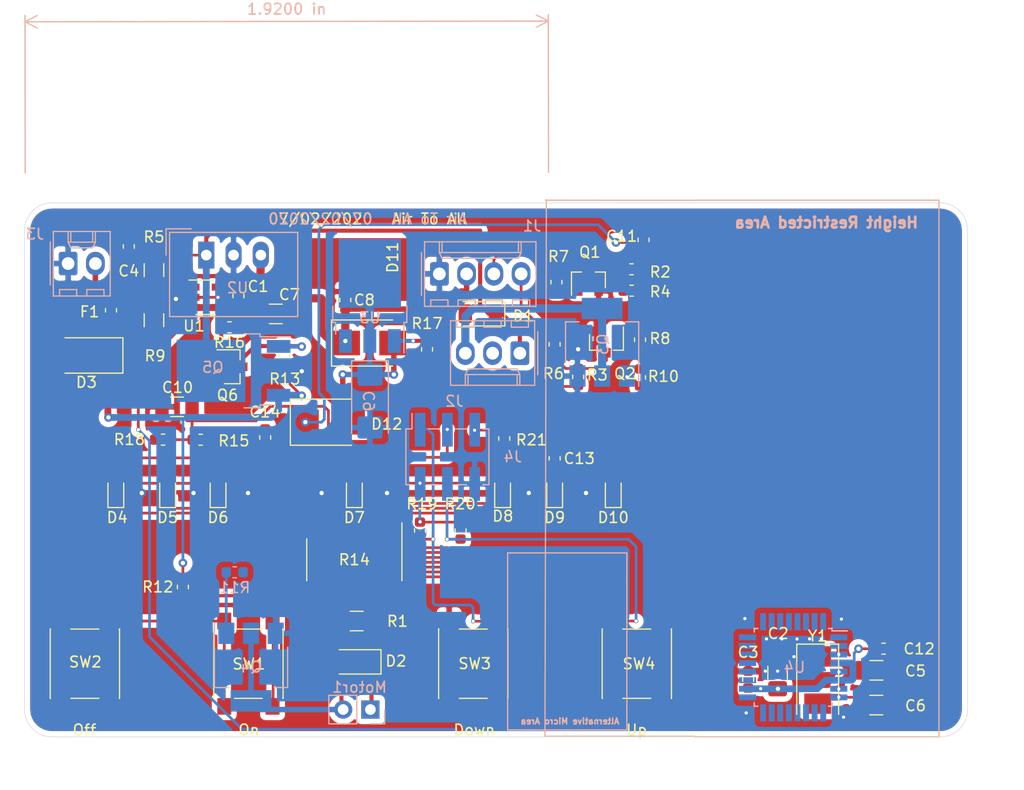
<source format=kicad_pcb>
(kicad_pcb (version 20171130) (host pcbnew "(5.1.5)-3")
  (layers (0 F.Cu signal) (31 B.Cu signal) (34 B.Paste user) (35 F.Paste user) (36 B.SilkS user) (37 F.SilkS user) (38 B.Mask user) (39 F.Mask user) (44 Edge.Cuts user))
  (net 0 "")
  (net 1 +12V)
  (net 2 GND)
  (net 3 Down)
  (net 4 Up)
  (net 5 +5V)
  (net 6 LED5)
  (net 7 Alarm)
  (net 8 LED3)
  (net 9 LED2)
  (net 10 LED1)
  (net 11 RPM)
  (net 12 Batt_V)
  (net 13 "Net-(F1-Pad1)")
  (net 14 PWM)
  (net 15 Raw_Batt)
  (net 16 LED7)
  (net 17 LED6)
  (net 18 Motor)
  (net 19 Buzzer-)
  (net 20 REF)
  (net 21 PWM_Drive)
  (net 22 Raw_RPM)
  (net 23 Reset)
  (net 24 Error)
  (net 25 Monitor)
  (net 26 "Net-(Q5-Pad1)")
  (net 27 "Net-(Q1-Pad1)")
  (net 28 "Net-(Q2-Pad1)")
  (net 29 "Net-(Q3-Pad1)")
  (net 30 "Net-(Q4-Pad1)")
  (net 31 "Net-(Q2-Pad3)")
  (net 32 SW_Batt)
  (net 33 "Net-(C9-Pad1)")
  (net 34 "Net-(D2-Pad1)")
  (net 35 "Net-(D4-Pad1)")
  (net 36 "Net-(D5-Pad1)")
  (net 37 "Net-(D6-Pad1)")
  (net 38 "Net-(D7-Pad1)")
  (net 39 "Net-(C5-Pad1)")
  (net 40 "Net-(C6-Pad1)")
  (net 41 "Net-(U4-Pad32)")
  (net 42 "Net-(U4-Pad31)")
  (net 43 "Net-(U4-Pad30)")
  (net 44 "Net-(U4-Pad28)")
  (net 45 "Net-(U4-Pad27)")
  (net 46 "Net-(U4-Pad26)")
  (net 47 "Net-(U4-Pad25)")
  (net 48 "Net-(U4-Pad24)")
  (net 49 "Net-(U4-Pad23)")
  (net 50 "Net-(U4-Pad19)")
  (net 51 "Net-(U4-Pad14)")
  (net 52 "Net-(U4-Pad11)")
  (net 53 "Net-(U4-Pad10)")
  (net 54 "Net-(U4-Pad9)")
  (net 55 "Net-(U4-Pad2)")
  (net 56 "Net-(U4-Pad1)")
  (net 57 "Net-(D2-Pad2)")
  (net 58 "Net-(D8-Pad1)")
  (net 59 "Net-(D9-Pad1)")
  (net 60 "Net-(D10-Pad1)")
  (net 61 "Net-(J2-Pad2)")
  (net 62 "Net-(R5-Pad2)")
  (net 63 "Net-(R12-Pad1)")
  (net 64 "Net-(R17-Pad2)")
  (net 65 "Net-(R15-Pad2)")
  (net 66 Micro_power_Down)
  (module Resistor_SMD:R_0603_1608Metric (layer F.Cu) (at 230.69 76.3025 270)
    (fp_text reference F1 (at 0.1475 2) (layer F.SilkS))
    (fp_text value SF-0603FP200F-2)
    (pad 1 smd roundrect (at -0.7875 0 270) (size 0.875 0.95) (layers F.Cu F.Paste F.Mask) (net 13 "Net-(F1-Pad1)"))
    (pad 2 smd roundrect (at 0.7875 0 270) (size 0.875 0.95) (layers F.Cu F.Paste F.Mask) (net 15 Raw_Batt))
  )
  (module Diode_SMD:D_SMA (layer F.Cu) (at 228.4 80.52 180)
    (fp_text reference D3 (at 0 -2.5) (layer F.SilkS))
    (fp_text value SML4752HE3_A/I)
    (pad 1 smd rect (at -2 0 180) (size 2.5 1.8) (layers F.Cu F.Paste F.Mask) (net 15 Raw_Batt))
    (pad 2 smd rect (at 2 0 180) (size 2.5 1.8) (layers F.Cu F.Paste F.Mask) (net 2 GND))
  )
  (module Package_TO_SOT_SMD:SOT-23 (layer F.Cu) (at 275.18 73.5 90)
    (fp_text reference Q1 (at 2.61 0.13 180) (layer F.SilkS))
    (fp_text value MMBT3904)
    (pad 3 smd rect (at 1 0 90) (size 0.9 0.8) (layers F.Cu F.Paste F.Mask) (net 11 RPM))
    (pad 2 smd rect (at -1 0.95 90) (size 0.9 0.8) (layers F.Cu F.Paste F.Mask) (net 2 GND))
    (pad 1 smd rect (at -1 -0.95 90) (size 0.9 0.8) (layers F.Cu F.Paste F.Mask) (net 27 "Net-(Q1-Pad1)"))
  )
  (module Resistor_SMD:R_0603_1608Metric (layer F.Cu) (at 274.22 82.52 270)
    (fp_text reference R3 (at -0.18 -1.79 180) (layer F.SilkS))
    (fp_text value 10k)
    (pad 2 smd roundrect (at 0.7875 0 270) (size 0.875 0.95) (layers F.Cu F.Paste F.Mask) (net 1 +12V))
    (pad 1 smd roundrect (at -0.7875 0 270) (size 0.875 0.95) (layers F.Cu F.Paste F.Mask) (net 31 "Net-(Q2-Pad3)"))
  )
  (module Capacitor_SMD:C_0603_1608Metric (layer F.Cu) (at 245.0592 88.1635 90)
    (fp_text reference C14 (at 2.3735 -0.0192 180) (layer F.SilkS))
    (fp_text value C0603C104M4RACTU)
    (pad 2 smd roundrect (at 0.7875 0 90) (size 0.875 0.95) (layers F.Cu F.Paste F.Mask) (net 2 GND))
    (pad 1 smd roundrect (at -0.7875 0 90) (size 0.875 0.95) (layers F.Cu F.Paste F.Mask) (net 5 +5V))
  )
  (module Capacitor_SMD:C_0603_1608Metric (layer F.Cu) (at 272.034 90.11 90)
    (fp_text reference C13 (at -0.0188 2.296 180) (layer F.SilkS))
    (fp_text value C0603C104M4RACTU)
    (pad 2 smd roundrect (at 0.7875 0 90) (size 0.875 0.95) (layers F.Cu F.Paste F.Mask) (net 2 GND))
    (pad 1 smd roundrect (at -0.7875 0 90) (size 0.875 0.95) (layers F.Cu F.Paste F.Mask) (net 5 +5V))
  )
  (module Capacitor_SMD:C_0603_1608Metric (layer F.Cu) (at 302.6875 107.86)
    (fp_text reference C12 (at 3.3125 0.02) (layer F.SilkS))
    (fp_text value C0603C104M4RACTU)
    (pad 2 smd roundrect (at 0.7875 0) (size 0.875 0.95) (layers F.Cu F.Paste F.Mask) (net 2 GND))
    (pad 1 smd roundrect (at -0.7875 0) (size 0.875 0.95) (layers F.Cu F.Paste F.Mask) (net 5 +5V))
  )
  (module Capacitor_SMD:C_0603_1608Metric (layer F.Cu) (at 280.32 69.7375 90)
    (fp_text reference C11 (at 0.3375 -2.04 180) (layer F.SilkS))
    (fp_text value C0603C104M4RACTU)
    (pad 2 smd roundrect (at 0.7875 0 90) (size 0.875 0.95) (layers F.Cu F.Paste F.Mask) (net 2 GND))
    (pad 1 smd roundrect (at -0.7875 0 90) (size 0.875 0.95) (layers F.Cu F.Paste F.Mask) (net 5 +5V))
  )
  (module Connector_PinHeader_2.54mm:PinHeader_1x02_P2.54mm_Vertical (layer B.Cu) (at 254.8636 113.538 90)
    (fp_text reference Motor1 (at 2.0828 -1.016 180) (layer B.SilkS) (effects (justify mirror)))
    (fp_text value "Mounting Holes")
    (pad 2 thru_hole oval (at 0 -2.54 90) (size 1.7 1.7) (drill 1) (layers *.Cu *.Mask) (net 57 "Net-(D2-Pad2)"))
    (pad 1 thru_hole rect (at 0 0 90) (size 1.7 1.7) (drill 1) (layers *.Cu *.Mask) (net 34 "Net-(D2-Pad1)"))
  )
  (module Resistor_SMD:R_0603_1608Metric (layer F.Cu) (at 235.5425 88.37 180)
    (fp_text reference R18 (at 3.1425 0.01) (layer F.SilkS))
    (fp_text value 1k)
    (pad 2 smd roundrect (at 0.7875 0 180) (size 0.875 0.95) (layers F.Cu F.Paste F.Mask) (net 66 Micro_power_Down))
    (pad 1 smd roundrect (at -0.7875 0 180) (size 0.875 0.95) (layers F.Cu F.Paste F.Mask) (net 25 Monitor))
  )
  (module Capacitor_SMD:C_1206_3216Metric (layer F.Cu) (at 236.8422 85.3086 180)
    (fp_text reference C10 (at -0.05 1.81) (layer F.SilkS))
    (fp_text value 1uF)
    (pad 2 smd roundrect (at 1.4 0 180) (size 1.25 1.75) (layers F.Cu F.Paste F.Mask) (roundrect_rratio 0.2) (net 2 GND))
    (pad 1 smd roundrect (at -1.4 0 180) (size 1.25 1.75) (layers F.Cu F.Paste F.Mask) (roundrect_rratio 0.2) (net 25 Monitor))
  )
  (module Resistor_SMD:R_0603_1608Metric (layer F.Cu) (at 239.0447 88.3786)
    (fp_text reference R15 (at 3.0953 0.1014) (layer F.SilkS))
    (fp_text value 1M)
    (pad 2 smd roundrect (at 0.7875 0) (size 0.875 0.95) (layers F.Cu F.Paste F.Mask) (net 65 "Net-(R15-Pad2)"))
    (pad 1 smd roundrect (at -0.7875 0) (size 0.875 0.95) (layers F.Cu F.Paste F.Mask) (net 25 Monitor))
  )
  (module Diode_SMD:D_1206_3216Metric (layer F.Cu) (at 265.11 76.63 180)
    (fp_text reference D1 (at -4.0132 -0.2032) (layer F.SilkS))
    (fp_text value 1N914)
    (pad 2 smd roundrect (at 1.4 0 180) (size 1.25 1.75) (layers F.Cu F.Paste F.Mask) (roundrect_rratio 0.2) (net 19 Buzzer-))
    (pad 1 smd roundrect (at -1.4 0 180) (size 1.25 1.75) (layers F.Cu F.Paste F.Mask) (roundrect_rratio 0.2) (net 32 SW_Batt))
  )
  (module Capacitor_SMD:C_0603_1608Metric (layer F.Cu) (at 252.524 75.351 90)
    (fp_text reference C8 (at 0 1.778 180) (layer F.SilkS))
    (fp_text value C0603C104M4RACTU)
    (pad 2 smd roundrect (at 0.7875 0 90) (size 0.875 0.95) (layers F.Cu F.Paste F.Mask) (net 2 GND))
    (pad 1 smd roundrect (at -0.7875 0 90) (size 0.875 0.95) (layers F.Cu F.Paste F.Mask) (net 1 +12V))
  )
  (module Diode_SMD:D_SMB (layer F.Cu) (at 254.79 79.36)
    (fp_text reference D11 (at 2.146 -7.986 -90) (layer F.SilkS))
    (fp_text value FM4004-W)
    (pad 2 smd rect (at 2.15 0) (size 2.5 2.3) (layers F.Cu F.Paste F.Mask) (net 33 "Net-(C9-Pad1)"))
    (pad 1 smd rect (at -2.15 0) (size 2.5 2.3) (layers F.Cu F.Paste F.Mask) (net 1 +12V))
  )
  (module Resistor_SMD:R_0603_1608Metric (layer F.Cu) (at 260.144 79.9485 90)
    (fp_text reference R17 (at 2.413 0 180) (layer F.SilkS))
    (fp_text value 47)
    (pad 2 smd roundrect (at 0.7875 0 90) (size 0.875 0.95) (layers F.Cu F.Paste F.Mask) (net 64 "Net-(R17-Pad2)"))
    (pad 1 smd roundrect (at -0.7875 0 90) (size 0.875 0.95) (layers F.Cu F.Paste F.Mask) (net 2 GND))
  )
  (module Capacitor_Tantalum_SMD:CP_EIA-6032-15_Kemet-U (layer B.Cu) (at 254.8255 84.7725 270)
    (fp_text reference C9 (at 0 0.0508 90) (layer B.SilkS) (effects (justify mirror)))
    (fp_text value T491C107M006AT)
    (pad 2 smd roundrect (at 2.4625 0 270) (size 2.075 2.35) (layers B.Cu B.Paste B.Mask) (roundrect_rratio 0.120482) (net 2 GND))
    (pad 1 smd roundrect (at -2.4625 0 270) (size 2.075 2.35) (layers B.Cu B.Paste B.Mask) (roundrect_rratio 0.120482) (net 33 "Net-(C9-Pad1)"))
  )
  (module Capacitor_SMD:C_1206_3216Metric_Pad1.42x1.75mm_HandSolder (layer F.Cu) (at 292.8112 110.109 270)
    (fp_text reference C2 (at -3.6576 -0.0508 180) (layer F.SilkS))
    (fp_text value LMK316AB7106MLHT)
    (pad 2 smd roundrect (at 1.4875 0 270) (size 1.425 1.75) (layers F.Cu F.Paste F.Mask) (roundrect_rratio 0.175439) (net 5 +5V))
    (pad 1 smd roundrect (at -1.4875 0 270) (size 1.425 1.75) (layers F.Cu F.Paste F.Mask) (roundrect_rratio 0.175439) (net 2 GND))
  )
  (module Capacitor_SMD:C_1206_3216Metric (layer F.Cu) (at 246.05 76.6464)
    (fp_text reference C7 (at 1.267 -1.8034) (layer F.SilkS))
    (fp_text value LMK316AB7106MLHT)
    (pad 2 smd roundrect (at 1.4 0) (size 1.25 1.75) (layers F.Cu F.Paste F.Mask) (roundrect_rratio 0.2) (net 2 GND))
    (pad 1 smd roundrect (at -1.4 0) (size 1.25 1.75) (layers F.Cu F.Paste F.Mask) (roundrect_rratio 0.2) (net 1 +12V))
  )
  (module Capacitor_SMD:C_1206_3216Metric (layer F.Cu) (at 302.01 113.12)
    (fp_text reference C6 (at 3.65 0.06) (layer F.SilkS))
    (fp_text value 1206Y0160180FFT)
    (pad 2 smd roundrect (at 1.4 0) (size 1.25 1.75) (layers F.Cu F.Paste F.Mask) (roundrect_rratio 0.2) (net 2 GND))
    (pad 1 smd roundrect (at -1.4 0) (size 1.25 1.75) (layers F.Cu F.Paste F.Mask) (roundrect_rratio 0.2) (net 40 "Net-(C6-Pad1)"))
  )
  (module Capacitor_SMD:C_1206_3216Metric (layer F.Cu) (at 302.02 109.88)
    (fp_text reference C5 (at 3.64 0.06) (layer F.SilkS))
    (fp_text value 1206Y0160180FFT)
    (pad 2 smd roundrect (at 1.4 0) (size 1.25 1.75) (layers F.Cu F.Paste F.Mask) (roundrect_rratio 0.2) (net 2 GND))
    (pad 1 smd roundrect (at -1.4 0) (size 1.25 1.75) (layers F.Cu F.Paste F.Mask) (roundrect_rratio 0.2) (net 39 "Net-(C5-Pad1)"))
  )
  (module Resistor_SMD:R_1206_3216Metric (layer F.Cu) (at 234.6932 77.2336 270)
    (fp_text reference R9 (at 3.3244 -0.1016 180) (layer F.SilkS))
    (fp_text value RN73H2BTTD7061B10)
    (pad 2 smd roundrect (at 1.4 0 270) (size 1.25 1.75) (layers F.Cu F.Paste F.Mask) (roundrect_rratio 0.2) (net 2 GND))
    (pad 1 smd roundrect (at -1.4 0 270) (size 1.25 1.75) (layers F.Cu F.Paste F.Mask) (roundrect_rratio 0.2) (net 62 "Net-(R5-Pad2)"))
  )
  (module Resistor_SMD:R_1206_3216Metric (layer F.Cu) (at 234.6932 72.56 270)
    (fp_text reference R5 (at -3.091 -0.0028 180) (layer F.SilkS))
    (fp_text value RN73H2BTTD4702B10)
    (pad 2 smd roundrect (at 1.4 0 270) (size 1.25 1.75) (layers F.Cu F.Paste F.Mask) (roundrect_rratio 0.2) (net 62 "Net-(R5-Pad2)"))
    (pad 1 smd roundrect (at -1.4 0 270) (size 1.25 1.75) (layers F.Cu F.Paste F.Mask) (roundrect_rratio 0.2) (net 32 SW_Batt))
  )
  (module Crystal:Crystal_SMD_0603-2Pin_6.0x3.5mm (layer F.Cu) (at 296.545 110.785 270)
    (fp_text reference Y1 (at -4.105 0 180) (layer F.SilkS))
    (fp_text value 16.000MHZ)
    (pad 2 smd rect (at 2.2 0 270) (size 1.9 2.5) (layers F.Cu F.Paste F.Mask) (net 40 "Net-(C6-Pad1)"))
    (pad 1 smd rect (at -2.2 0 270) (size 1.9 2.5) (layers F.Cu F.Paste F.Mask) (net 39 "Net-(C5-Pad1)"))
  )
  (module Package_TO_SOT_SMD:SOT-23-5 (layer F.Cu) (at 239.5065 75.097)
    (fp_text reference U1 (at -1.0795 2.667) (layer F.SilkS))
    (fp_text value LM321)
    (pad 5 smd rect (at 1.1 -0.95) (size 1.06 0.65) (layers F.Cu F.Paste F.Mask) (net 1 +12V))
    (pad 4 smd rect (at 1.1 0.95) (size 1.06 0.65) (layers F.Cu F.Paste F.Mask) (net 12 Batt_V))
    (pad 3 smd rect (at -1.1 0.95) (size 1.06 0.65) (layers F.Cu F.Paste F.Mask) (net 12 Batt_V))
    (pad 2 smd rect (at -1.1 0) (size 1.06 0.65) (layers F.Cu F.Paste F.Mask) (net 2 GND))
    (pad 1 smd rect (at -1.1 -0.95) (size 1.06 0.65) (layers F.Cu F.Paste F.Mask) (net 62 "Net-(R5-Pad2)"))
  )
  (module Connector_Molex:Molex_KK-254_AE-6410-03A_1x03_P2.54mm_Vertical (layer B.Cu) (at 268.79 80.31 180)
    (fp_text reference J2 (at 6.096 -4.4704) (layer B.SilkS) (effects (justify mirror)))
    (fp_text value Buzzer)
    (pad 3 thru_hole oval (at 5.08 0 180) (size 1.74 2.19) (drill 1.19) (layers *.Cu *.Mask) (net 19 Buzzer-))
    (pad 2 thru_hole oval (at 2.54 0 180) (size 1.74 2.19) (drill 1.19) (layers *.Cu *.Mask) (net 61 "Net-(J2-Pad2)"))
    (pad 1 thru_hole roundrect (at 0 0 180) (size 1.74 2.19) (drill 1.19) (layers *.Cu *.Mask) (roundrect_rratio 0.143678) (net 32 SW_Batt))
  )
  (module Button_Switch_SMD:SW_SPST_PTS645 (layer F.Cu) (at 228.255 109.263 90)
    (fp_text reference SW2 (at 0.16 0.04 180) (layer F.SilkS))
    (fp_text value Power_off)
    (pad 2 smd rect (at 3.98 2.25 90) (size 1.55 1.3) (layers F.Cu F.Paste F.Mask) (net 65 "Net-(R15-Pad2)"))
    (pad 1 smd rect (at 3.98 -2.25 90) (size 1.55 1.3) (layers F.Cu F.Paste F.Mask) (net 2 GND))
    (pad 1 smd rect (at -3.98 -2.25 90) (size 1.55 1.3) (layers F.Cu F.Paste F.Mask) (net 2 GND))
    (pad 2 smd rect (at -3.98 2.25 90) (size 1.55 1.3) (layers F.Cu F.Paste F.Mask) (net 65 "Net-(R15-Pad2)"))
  )
  (module Button_Switch_SMD:SW_SPST_PTS645 (layer F.Cu) (at 243.495 109.263 90)
    (fp_text reference SW1 (at -0.03 0.04 180) (layer F.SilkS))
    (fp_text value Power_On)
    (pad 2 smd rect (at 3.98 2.25 90) (size 1.55 1.3) (layers F.Cu F.Paste F.Mask) (net 63 "Net-(R12-Pad1)"))
    (pad 1 smd rect (at 3.98 -2.25 90) (size 1.55 1.3) (layers F.Cu F.Paste F.Mask) (net 65 "Net-(R15-Pad2)"))
    (pad 1 smd rect (at -3.98 -2.25 90) (size 1.55 1.3) (layers F.Cu F.Paste F.Mask) (net 65 "Net-(R15-Pad2)"))
    (pad 2 smd rect (at -3.98 2.25 90) (size 1.55 1.3) (layers F.Cu F.Paste F.Mask) (net 63 "Net-(R12-Pad1)"))
  )
  (module Button_Switch_SMD:SW_SPST_PTS645 (layer F.Cu) (at 264.45 109.263 90)
    (fp_text reference SW3 (at 0.01 0.135 180) (layer F.SilkS))
    (fp_text value Fan_Down)
    (pad 2 smd rect (at 3.98 2.25 90) (size 1.55 1.3) (layers F.Cu F.Paste F.Mask) (net 3 Down))
    (pad 1 smd rect (at 3.98 -2.25 90) (size 1.55 1.3) (layers F.Cu F.Paste F.Mask) (net 2 GND))
    (pad 1 smd rect (at -3.98 -2.25 90) (size 1.55 1.3) (layers F.Cu F.Paste F.Mask) (net 2 GND))
    (pad 2 smd rect (at -3.98 2.25 90) (size 1.55 1.3) (layers F.Cu F.Paste F.Mask) (net 3 Down))
  )
  (module Button_Switch_SMD:SW_SPST_PTS645 (layer F.Cu) (at 279.69 109.263 270)
    (fp_text reference SW4 (at 0.01 -0.205 180) (layer F.SilkS))
    (fp_text value Fan_Up)
    (pad 2 smd rect (at 3.98 2.25 270) (size 1.55 1.3) (layers F.Cu F.Paste F.Mask) (net 4 Up))
    (pad 1 smd rect (at 3.98 -2.25 270) (size 1.55 1.3) (layers F.Cu F.Paste F.Mask) (net 2 GND))
    (pad 1 smd rect (at -3.98 -2.25 270) (size 1.55 1.3) (layers F.Cu F.Paste F.Mask) (net 2 GND))
    (pad 2 smd rect (at -3.98 2.25 270) (size 1.55 1.3) (layers F.Cu F.Paste F.Mask) (net 4 Up))
  )
  (module Resistor_SMD:R_0603_1608Metric (layer F.Cu) (at 263.265 96.8505 90)
    (fp_text reference R20 (at 2.4895 -0.0448 180) (layer F.SilkS))
    (fp_text value 100k)
    (pad 2 smd roundrect (at 0.7875 0 90) (size 0.875 0.95) (layers F.Cu F.Paste F.Mask) (net 5 +5V))
    (pad 1 smd roundrect (at -0.7875 0 90) (size 0.875 0.95) (layers F.Cu F.Paste F.Mask) (net 4 Up))
  )
  (module Resistor_SMD:R_0603_1608Metric (layer F.Cu) (at 259.485 96.843 90)
    (fp_text reference R19 (at 2.482 0.1792 180) (layer F.SilkS))
    (fp_text value 100k)
    (pad 2 smd roundrect (at 0.7875 0 90) (size 0.875 0.95) (layers F.Cu F.Paste F.Mask) (net 5 +5V))
    (pad 1 smd roundrect (at -0.7875 0 90) (size 0.875 0.95) (layers F.Cu F.Paste F.Mask) (net 3 Down))
  )
  (module Diode_SMD:D_1206_3216Metric (layer F.Cu) (at 253.565 109.093 180)
    (fp_text reference D2 (at -3.6798 0.0762) (layer F.SilkS))
    (fp_text value 1N914)
    (pad 2 smd roundrect (at 1.4 0 180) (size 1.25 1.75) (layers F.Cu F.Paste F.Mask) (roundrect_rratio 0.2) (net 57 "Net-(D2-Pad2)"))
    (pad 1 smd roundrect (at -1.4 0 180) (size 1.25 1.75) (layers F.Cu F.Paste F.Mask) (roundrect_rratio 0.2) (net 34 "Net-(D2-Pad1)"))
  )
  (module LED_SMD:LED_0603_1608Metric (layer F.Cu) (at 277.495 93.218 90)
    (fp_text reference D10 (at -2.413 0 180) (layer F.SilkS))
    (fp_text value Error)
    (pad 2 smd roundrect (at 0.7875 0 90) (size 0.875 0.95) (layers F.Cu F.Paste F.Mask) (net 5 +5V))
    (pad 1 smd roundrect (at -0.7875 0 90) (size 0.875 0.95) (layers F.Cu F.Paste F.Mask) (net 60 "Net-(D10-Pad1)"))
  )
  (module LED_SMD:LED_0603_1608Metric (layer F.Cu) (at 272.034 93.218 90)
    (fp_text reference D9 (at -2.413 0 180) (layer F.SilkS))
    (fp_text value LED)
    (pad 2 smd roundrect (at 0.7875 0 90) (size 0.875 0.95) (layers F.Cu F.Paste F.Mask) (net 5 +5V))
    (pad 1 smd roundrect (at -0.7875 0 90) (size 0.875 0.95) (layers F.Cu F.Paste F.Mask) (net 59 "Net-(D9-Pad1)"))
  )
  (module LED_SMD:LED_0603_1608Metric (layer F.Cu) (at 267.1825 93.218 90)
    (fp_text reference D8 (at -2.286 0.0255 180) (layer F.SilkS))
    (fp_text value LED)
    (pad 2 smd roundrect (at 0.7875 0 90) (size 0.875 0.95) (layers F.Cu F.Paste F.Mask) (net 5 +5V))
    (pad 1 smd roundrect (at -0.7875 0 90) (size 0.875 0.95) (layers F.Cu F.Paste F.Mask) (net 58 "Net-(D8-Pad1)"))
  )
  (module LED_SMD:LED_0603_1608Metric (layer F.Cu) (at 253.365 93.218 90)
    (fp_text reference D7 (at -2.413 0 180) (layer F.SilkS))
    (fp_text value LED)
    (pad 2 smd roundrect (at 0.7875 0 90) (size 0.875 0.95) (layers F.Cu F.Paste F.Mask) (net 5 +5V))
    (pad 1 smd roundrect (at -0.7875 0 90) (size 0.875 0.95) (layers F.Cu F.Paste F.Mask) (net 38 "Net-(D7-Pad1)"))
  )
  (module LED_SMD:LED_0603_1608Metric (layer F.Cu) (at 240.665 93.218 90)
    (fp_text reference D6 (at -2.413 0 180) (layer F.SilkS))
    (fp_text value LED)
    (pad 2 smd roundrect (at 0.7875 0 90) (size 0.875 0.95) (layers F.Cu F.Paste F.Mask) (net 5 +5V))
    (pad 1 smd roundrect (at -0.7875 0 90) (size 0.875 0.95) (layers F.Cu F.Paste F.Mask) (net 37 "Net-(D6-Pad1)"))
  )
  (module LED_SMD:LED_0603_1608Metric (layer F.Cu) (at 235.966 93.218 90)
    (fp_text reference D5 (at -2.413 0 180) (layer F.SilkS))
    (fp_text value LED)
    (pad 2 smd roundrect (at 0.7875 0 90) (size 0.875 0.95) (layers F.Cu F.Paste F.Mask) (net 5 +5V))
    (pad 1 smd roundrect (at -0.7875 0 90) (size 0.875 0.95) (layers F.Cu F.Paste F.Mask) (net 36 "Net-(D5-Pad1)"))
  )
  (module LED_SMD:LED_0603_1608Metric (layer F.Cu) (at 231.14 93.218 90)
    (fp_text reference D4 (at -2.413 0.127 180) (layer F.SilkS))
    (fp_text value LED)
    (pad 2 smd roundrect (at 0.7875 0 90) (size 0.875 0.95) (layers F.Cu F.Paste F.Mask) (net 5 +5V))
    (pad 1 smd roundrect (at -0.7875 0 90) (size 0.875 0.95) (layers F.Cu F.Paste F.Mask) (net 35 "Net-(D4-Pad1)"))
  )
  (module Package_TO_SOT_SMD:TO-252-2 (layer B.Cu) (at 242.11 81.955 180)
    (fp_text reference Q5 (at 1.9304 0.3302 180) (layer B.SilkS) (effects (justify mirror)))
    (fp_text value TSM480P06CP)
    (pad 2 smd rect (at 2.1 0 180) (size 6.4 5.8) (layers B.Cu B.Mask) (net 32 SW_Batt))
    (pad 3 smd rect (at -4.2 -2.28 180) (size 2.2 1.2) (layers B.Cu B.Paste B.Mask) (net 15 Raw_Batt))
    (pad 1 smd rect (at -4.2 2.28 180) (size 2.2 1.2) (layers B.Cu B.Paste B.Mask) (net 26 "Net-(Q5-Pad1)"))
  )
  (module Converter_DCDC:Converter_DCDC_TRACO_TSR-1_THT (layer B.Cu) (at 239.57 71.16)
    (fp_text reference U2 (at 2.921 3.048 -180) (layer B.SilkS) (effects (justify mirror)))
    (fp_text value TSR_1-24120)
    (pad 3 thru_hole oval (at 5.08 0) (size 1.5 2.5) (drill 1) (layers *.Cu *.Mask) (net 1 +12V))
    (pad 2 thru_hole oval (at 2.54 0) (size 1.5 2.5) (drill 1) (layers *.Cu *.Mask) (net 2 GND))
    (pad 1 thru_hole rect (at 0 0) (size 1.5 2.5) (drill 1) (layers *.Cu *.Mask) (net 32 SW_Batt))
  )
  (module Resistor_SMD:R_0603_1608Metric (layer F.Cu) (at 279.2025 74.48)
    (fp_text reference R4 (at 2.6675 0.1) (layer F.SilkS))
    (fp_text value 10k)
    (pad 2 smd roundrect (at 0.7875 0) (size 0.875 0.95) (layers F.Cu F.Paste F.Mask) (net 5 +5V))
    (pad 1 smd roundrect (at -0.7875 0) (size 0.875 0.95) (layers F.Cu F.Paste F.Mask) (net 22 Raw_RPM))
  )
  (module Resistor_SMD:R_0603_1608Metric (layer F.Cu) (at 241.729 77.891)
    (fp_text reference R16 (at 0 1.397) (layer F.SilkS))
    (fp_text value 10k)
    (pad 2 smd roundrect (at 0.7875 0) (size 0.875 0.95) (layers F.Cu F.Paste F.Mask) (net 1 +12V))
    (pad 1 smd roundrect (at -0.7875 0) (size 0.875 0.95) (layers F.Cu F.Paste F.Mask) (net 25 Monitor))
  )
  (module Resistor_SMD:R_0603_1608Metric (layer F.Cu) (at 246.8344 80.4817 90)
    (fp_text reference R13 (at -2.2352 0.0508 180) (layer F.SilkS))
    (fp_text value 100k)
    (pad 2 smd roundrect (at 0.7875 0 90) (size 0.875 0.95) (layers F.Cu F.Paste F.Mask) (net 26 "Net-(Q5-Pad1)"))
    (pad 1 smd roundrect (at -0.7875 0 90) (size 0.875 0.95) (layers F.Cu F.Paste F.Mask) (net 15 Raw_Batt))
  )
  (module Resistor_SMD:R_0603_1608Metric (layer F.Cu) (at 237.3884 102.108 90)
    (fp_text reference R12 (at 0 -2.3368 180) (layer F.SilkS))
    (fp_text value 100k)
    (pad 2 smd roundrect (at 0.7875 0 90) (size 0.875 0.95) (layers F.Cu F.Paste F.Mask) (net 15 Raw_Batt))
    (pad 1 smd roundrect (at -0.7875 0 90) (size 0.875 0.95) (layers F.Cu F.Paste F.Mask) (net 63 "Net-(R12-Pad1)"))
  )
  (module Resistor_SMD:R_0603_1608Metric (layer F.Cu) (at 267.335 88.265 270)
    (fp_text reference R21 (at 0.127 -2.54 180) (layer F.SilkS))
    (fp_text value 10k)
    (pad 2 smd roundrect (at 0.7875 0 270) (size 0.875 0.95) (layers F.Cu F.Paste F.Mask) (net 5 +5V))
    (pad 1 smd roundrect (at -0.7875 0 270) (size 0.875 0.95) (layers F.Cu F.Paste F.Mask) (net 23 Reset))
  )
  (module Resistor_SMD:R_0603_1608Metric (layer B.Cu) (at 242.2144 100.7364)
    (fp_text reference R11 (at 0 1.43) (layer B.SilkS) (effects (justify mirror)))
    (fp_text value 1k)
    (pad 2 smd roundrect (at 0.7875 0) (size 0.875 0.95) (layers B.Cu B.Paste B.Mask) (net 18 Motor))
    (pad 1 smd roundrect (at -0.7875 0) (size 0.875 0.95) (layers B.Cu B.Paste B.Mask) (net 30 "Net-(Q4-Pad1)"))
  )
  (module Resistor_SMD:R_0603_1608Metric (layer F.Cu) (at 279.99 82.5675 90)
    (fp_text reference R10 (at 0.0975 2.18 180) (layer F.SilkS))
    (fp_text value 1k)
    (pad 2 smd roundrect (at 0.7875 0 90) (size 0.875 0.95) (layers F.Cu F.Paste F.Mask) (net 7 Alarm))
    (pad 1 smd roundrect (at -0.7875 0 90) (size 0.875 0.95) (layers F.Cu F.Paste F.Mask) (net 29 "Net-(Q3-Pad1)"))
  )
  (module Resistor_SMD:R_0603_1608Metric (layer F.Cu) (at 279.99 79.05 90)
    (fp_text reference R8 (at 0.11 1.86 180) (layer F.SilkS))
    (fp_text value 1k)
    (pad 2 smd roundrect (at 0.7875 0 90) (size 0.875 0.95) (layers F.Cu F.Paste F.Mask) (net 28 "Net-(Q2-Pad1)"))
    (pad 1 smd roundrect (at -0.7875 0 90) (size 0.875 0.95) (layers F.Cu F.Paste F.Mask) (net 14 PWM))
  )
  (module Resistor_SMD:R_0603_1608Metric (layer F.Cu) (at 272.2 73.68 270)
    (fp_text reference R7 (at -2.39 -0.19 180) (layer F.SilkS))
    (fp_text value 10k)
    (pad 2 smd roundrect (at 0.7875 0 270) (size 0.875 0.95) (layers F.Cu F.Paste F.Mask) (net 27 "Net-(Q1-Pad1)"))
    (pad 1 smd roundrect (at -0.7875 0 270) (size 0.875 0.95) (layers F.Cu F.Paste F.Mask) (net 22 Raw_RPM))
  )
  (module Resistor_SMD:R_0603_1608Metric (layer F.Cu) (at 272.03 79.4775 90)
    (fp_text reference R6 (at -2.7325 -0.11 180) (layer F.SilkS))
    (fp_text value 330)
    (pad 2 smd roundrect (at 0.7875 0 90) (size 0.875 0.95) (layers F.Cu F.Paste F.Mask) (net 21 PWM_Drive))
    (pad 1 smd roundrect (at -0.7875 0 90) (size 0.875 0.95) (layers F.Cu F.Paste F.Mask) (net 31 "Net-(Q2-Pad3)"))
  )
  (module Resistor_SMD:R_0603_1608Metric (layer F.Cu) (at 279.1939 72.4832)
    (fp_text reference R2 (at 2.6761 0.2568) (layer F.SilkS))
    (fp_text value 10k)
    (pad 2 smd roundrect (at 0.7875 0) (size 0.875 0.95) (layers F.Cu F.Paste F.Mask) (net 5 +5V))
    (pad 1 smd roundrect (at -0.7875 0) (size 0.875 0.95) (layers F.Cu F.Paste F.Mask) (net 11 RPM))
  )
  (module Resistor_SMD:R_1206_3216Metric_Pad1.42x1.75mm_HandSolder (layer F.Cu) (at 253.5825 105.283)
    (fp_text reference R1 (at 3.7989 0.0254) (layer F.SilkS))
    (fp_text value LTR18EZPJ301)
    (pad 2 smd roundrect (at 1.4875 0) (size 1.425 1.75) (layers F.Cu F.Paste F.Mask) (roundrect_rratio 0.175439) (net 34 "Net-(D2-Pad1)"))
    (pad 1 smd roundrect (at -1.4875 0) (size 1.425 1.75) (layers F.Cu F.Paste F.Mask) (roundrect_rratio 0.175439) (net 1 +12V))
  )
  (module Package_TO_SOT_SMD:TO-252-3_TabPin2 (layer B.Cu) (at 254.81 74.97 90)
    (fp_text reference U3 (at -2.032 0) (layer B.SilkS) (effects (justify mirror)))
    (fp_text value LM1117-5.0)
    (pad 2 smd rect (at 2.1 0 90) (size 6.4 5.8) (layers B.Cu B.Mask) (net 33 "Net-(C9-Pad1)"))
    (pad 3 smd rect (at -4.2 -2.28 90) (size 2.2 1.2) (layers B.Cu B.Paste B.Mask) (net 1 +12V))
    (pad 2 smd rect (at -4.2 0 90) (size 2.2 1.2) (layers B.Cu B.Paste B.Mask) (net 33 "Net-(C9-Pad1)"))
    (pad 1 smd rect (at -4.2 2.28 90) (size 2.2 1.2) (layers B.Cu B.Paste B.Mask) (net 64 "Net-(R17-Pad2)"))
  )
  (module Capacitor_SMD:C_0603_1608Metric (layer F.Cu) (at 242.5672 74.97 270)
    (fp_text reference C1 (at -0.889 -1.8288 180) (layer F.SilkS))
    (fp_text value C0603C104M4RACTU)
    (pad 2 smd roundrect (at 0.7875 0 270) (size 0.875 0.95) (layers F.Cu F.Paste F.Mask) (net 2 GND))
    (pad 1 smd roundrect (at -0.7875 0 270) (size 0.875 0.95) (layers F.Cu F.Paste F.Mask) (net 1 +12V))
  )
  (module Capacitor_SMD:C_0603_1608Metric (layer F.Cu) (at 232.3465 70.358 90)
    (fp_text reference C4 (at -2.286 0 180) (layer F.SilkS))
    (fp_text value C0603C104M4RACTU)
    (pad 2 smd roundrect (at 0.7875 0 90) (size 0.875 0.95) (layers F.Cu F.Paste F.Mask) (net 2 GND))
    (pad 1 smd roundrect (at -0.7875 0 90) (size 0.875 0.95) (layers F.Cu F.Paste F.Mask) (net 32 SW_Batt))
  )
  (module Capacitor_SMD:C_0603_1608Metric (layer F.Cu) (at 290.068 110.744 270)
    (fp_text reference C3 (at -2.54 0 180) (layer F.SilkS))
    (fp_text value C0603C104M4RACTU)
    (pad 2 smd roundrect (at 0.7875 0 270) (size 0.875 0.95) (layers F.Cu F.Paste F.Mask) (net 5 +5V))
    (pad 1 smd roundrect (at -0.7875 0 270) (size 0.875 0.95) (layers F.Cu F.Paste F.Mask) (net 2 GND))
  )
  (module Package_TO_SOT_SMD:SOT-23 (layer F.Cu) (at 241.9576 81.574)
    (fp_text reference Q6 (at -0.4064 2.6416) (layer F.SilkS))
    (fp_text value MMBT3904)
    (pad 3 smd rect (at 1 0) (size 0.9 0.8) (layers F.Cu F.Paste F.Mask) (net 26 "Net-(Q5-Pad1)"))
    (pad 2 smd rect (at -1 0.95) (size 0.9 0.8) (layers F.Cu F.Paste F.Mask) (net 2 GND))
    (pad 1 smd rect (at -1 -0.95) (size 0.9 0.8) (layers F.Cu F.Paste F.Mask) (net 25 Monitor))
  )
  (module Package_TO_SOT_SMD:SOT-23 (layer F.Cu) (at 276.86 79.27 270)
    (fp_text reference Q2 (at 2.94 -1.72 180) (layer F.SilkS))
    (fp_text value MMBT3904)
    (pad 3 smd rect (at 1 0 270) (size 0.9 0.8) (layers F.Cu F.Paste F.Mask) (net 31 "Net-(Q2-Pad3)"))
    (pad 2 smd rect (at -1 0.95 270) (size 0.9 0.8) (layers F.Cu F.Paste F.Mask) (net 2 GND))
    (pad 1 smd rect (at -1 -0.95 270) (size 0.9 0.8) (layers F.Cu F.Paste F.Mask) (net 28 "Net-(Q2-Pad1)"))
  )
  (module Package_TO_SOT_SMD:SOT-223-3_TabPin2 (layer B.Cu) (at 243.7384 109.5756 270)
    (fp_text reference Q4 (at 0 0 180) (layer B.SilkS) (effects (justify mirror)))
    (fp_text value PZT3904)
    (pad 1 smd rect (at -3.15 2.3 270) (size 2 1.5) (layers B.Cu B.Paste B.Mask) (net 30 "Net-(Q4-Pad1)"))
    (pad 3 smd rect (at -3.15 -2.3 270) (size 2 1.5) (layers B.Cu B.Paste B.Mask) (net 2 GND))
    (pad 2 smd rect (at -3.15 0 270) (size 2 1.5) (layers B.Cu B.Paste B.Mask) (net 57 "Net-(D2-Pad2)"))
    (pad 2 smd rect (at 3.15 0 270) (size 2 3.8) (layers B.Cu B.Paste B.Mask) (net 57 "Net-(D2-Pad2)"))
  )
  (module Package_TO_SOT_SMD:SOT-223-3_TabPin2 (layer B.Cu) (at 276.46 79.29 90)
    (fp_text reference Q3 (at -0.19 0.06 90) (layer B.SilkS) (effects (justify mirror)))
    (fp_text value PZT3904)
    (pad 1 smd rect (at -3.15 2.3 90) (size 2 1.5) (layers B.Cu B.Paste B.Mask) (net 29 "Net-(Q3-Pad1)"))
    (pad 3 smd rect (at -3.15 -2.3 90) (size 2 1.5) (layers B.Cu B.Paste B.Mask) (net 2 GND))
    (pad 2 smd rect (at -3.15 0 90) (size 2 1.5) (layers B.Cu B.Paste B.Mask) (net 19 Buzzer-))
    (pad 2 smd rect (at 3.15 0 90) (size 2 3.8) (layers B.Cu B.Paste B.Mask) (net 19 Buzzer-))
  )
  (module Package_SO:SOIC-14_3.9x8.7mm_P1.27mm (layer F.Cu) (at 253.365 99.568 270)
    (fp_text reference R14 (at 0 0 180) (layer F.SilkS))
    (fp_text value 4814P-1-331LF)
    (pad 14 smd roundrect (at 2.475 -3.81 270) (size 1.95 0.6) (layers F.Cu F.Paste F.Mask) (net 16 LED7))
    (pad 13 smd roundrect (at 2.475 -2.54 270) (size 1.95 0.6) (layers F.Cu F.Paste F.Mask) (net 17 LED6))
    (pad 12 smd roundrect (at 2.475 -1.27 270) (size 1.95 0.6) (layers F.Cu F.Paste F.Mask) (net 6 LED5))
    (pad 11 smd roundrect (at 2.475 0 270) (size 1.95 0.6) (layers F.Cu F.Paste F.Mask) (net 24 Error))
    (pad 10 smd roundrect (at 2.475 1.27 270) (size 1.95 0.6) (layers F.Cu F.Paste F.Mask) (net 8 LED3))
    (pad 9 smd roundrect (at 2.475 2.54 270) (size 1.95 0.6) (layers F.Cu F.Paste F.Mask) (net 9 LED2))
    (pad 8 smd roundrect (at 2.475 3.81 270) (size 1.95 0.6) (layers F.Cu F.Paste F.Mask) (net 10 LED1))
    (pad 7 smd roundrect (at -2.475 3.81 270) (size 1.95 0.6) (layers F.Cu F.Paste F.Mask) (net 35 "Net-(D4-Pad1)"))
    (pad 6 smd roundrect (at -2.475 2.54 270) (size 1.95 0.6) (layers F.Cu F.Paste F.Mask) (net 36 "Net-(D5-Pad1)"))
    (pad 5 smd roundrect (at -2.475 1.27 270) (size 1.95 0.6) (layers F.Cu F.Paste F.Mask) (net 37 "Net-(D6-Pad1)"))
    (pad 4 smd roundrect (at -2.475 0 270) (size 1.95 0.6) (layers F.Cu F.Paste F.Mask) (net 38 "Net-(D7-Pad1)"))
    (pad 3 smd roundrect (at -2.475 -1.27 270) (size 1.95 0.6) (layers F.Cu F.Paste F.Mask) (net 58 "Net-(D8-Pad1)"))
    (pad 2 smd roundrect (at -2.475 -2.54 270) (size 1.95 0.6) (layers F.Cu F.Paste F.Mask) (net 59 "Net-(D9-Pad1)"))
    (pad 1 smd roundrect (at -2.475 -3.81 270) (size 1.95 0.6) (layers F.Cu F.Paste F.Mask) (net 60 "Net-(D10-Pad1)"))
  )
  (module Package_QFP:TQFP-32_7x7mm_P0.8mm (layer B.Cu) (at 294.259 109.601 180)
    (fp_text reference U4 (at -0.127 0) (layer B.SilkS) (effects (justify mirror)))
    (fp_text value ATmega328P-AU)
    (pad 32 smd rect (at -2.8 4.25 90) (size 1.6 0.55) (layers B.Cu B.Paste B.Mask) (net 41 "Net-(U4-Pad32)"))
    (pad 31 smd rect (at -2 4.25 90) (size 1.6 0.55) (layers B.Cu B.Paste B.Mask) (net 42 "Net-(U4-Pad31)"))
    (pad 30 smd rect (at -1.2 4.25 90) (size 1.6 0.55) (layers B.Cu B.Paste B.Mask) (net 43 "Net-(U4-Pad30)"))
    (pad 29 smd rect (at -0.4 4.25 90) (size 1.6 0.55) (layers B.Cu B.Paste B.Mask) (net 23 Reset))
    (pad 28 smd rect (at 0.4 4.25 90) (size 1.6 0.55) (layers B.Cu B.Paste B.Mask) (net 44 "Net-(U4-Pad28)"))
    (pad 27 smd rect (at 1.2 4.25 90) (size 1.6 0.55) (layers B.Cu B.Paste B.Mask) (net 45 "Net-(U4-Pad27)"))
    (pad 26 smd rect (at 2 4.25 90) (size 1.6 0.55) (layers B.Cu B.Paste B.Mask) (net 46 "Net-(U4-Pad26)"))
    (pad 25 smd rect (at 2.8 4.25 90) (size 1.6 0.55) (layers B.Cu B.Paste B.Mask) (net 47 "Net-(U4-Pad25)"))
    (pad 24 smd rect (at 4.25 2.8 180) (size 1.6 0.55) (layers B.Cu B.Paste B.Mask) (net 48 "Net-(U4-Pad24)"))
    (pad 23 smd rect (at 4.25 2 180) (size 1.6 0.55) (layers B.Cu B.Paste B.Mask) (net 49 "Net-(U4-Pad23)"))
    (pad 22 smd rect (at 4.25 1.2 180) (size 1.6 0.55) (layers B.Cu B.Paste B.Mask) (net 12 Batt_V))
    (pad 21 smd rect (at 4.25 0.4 180) (size 1.6 0.55) (layers B.Cu B.Paste B.Mask) (net 2 GND))
    (pad 20 smd rect (at 4.25 -0.4 180) (size 1.6 0.55) (layers B.Cu B.Paste B.Mask) (net 20 REF))
    (pad 19 smd rect (at 4.25 -1.2 180) (size 1.6 0.55) (layers B.Cu B.Paste B.Mask) (net 50 "Net-(U4-Pad19)"))
    (pad 18 smd rect (at 4.25 -2 180) (size 1.6 0.55) (layers B.Cu B.Paste B.Mask) (net 5 +5V))
    (pad 17 smd rect (at 4.25 -2.8 180) (size 1.6 0.55) (layers B.Cu B.Paste B.Mask) (net 25 Monitor))
    (pad 16 smd rect (at 2.8 -4.25 90) (size 1.6 0.55) (layers B.Cu B.Paste B.Mask) (net 3 Down))
    (pad 15 smd rect (at 2 -4.25 90) (size 1.6 0.55) (layers B.Cu B.Paste B.Mask) (net 4 Up))
    (pad 14 smd rect (at 1.2 -4.25 90) (size 1.6 0.55) (layers B.Cu B.Paste B.Mask) (net 51 "Net-(U4-Pad14)"))
    (pad 13 smd rect (at 0.4 -4.25 90) (size 1.6 0.55) (layers B.Cu B.Paste B.Mask) (net 18 Motor))
    (pad 12 smd rect (at -0.4 -4.25 90) (size 1.6 0.55) (layers B.Cu B.Paste B.Mask) (net 25 Monitor))
    (pad 11 smd rect (at -1.2 -4.25 90) (size 1.6 0.55) (layers B.Cu B.Paste B.Mask) (net 52 "Net-(U4-Pad11)"))
    (pad 10 smd rect (at -2 -4.25 90) (size 1.6 0.55) (layers B.Cu B.Paste B.Mask) (net 53 "Net-(U4-Pad10)"))
    (pad 9 smd rect (at -2.8 -4.25 90) (size 1.6 0.55) (layers B.Cu B.Paste B.Mask) (net 54 "Net-(U4-Pad9)"))
    (pad 8 smd rect (at -4.25 -2.8 180) (size 1.6 0.55) (layers B.Cu B.Paste B.Mask) (net 40 "Net-(C6-Pad1)"))
    (pad 7 smd rect (at -4.25 -2 180) (size 1.6 0.55) (layers B.Cu B.Paste B.Mask) (net 39 "Net-(C5-Pad1)"))
    (pad 6 smd rect (at -4.25 -1.2 180) (size 1.6 0.55) (layers B.Cu B.Paste B.Mask) (net 5 +5V))
    (pad 5 smd rect (at -4.25 -0.4 180) (size 1.6 0.55) (layers B.Cu B.Paste B.Mask) (net 2 GND))
    (pad 4 smd rect (at -4.25 0.4 180) (size 1.6 0.55) (layers B.Cu B.Paste B.Mask) (net 5 +5V))
    (pad 3 smd rect (at -4.25 1.2 180) (size 1.6 0.55) (layers B.Cu B.Paste B.Mask) (net 2 GND))
    (pad 2 smd rect (at -4.25 2 180) (size 1.6 0.55) (layers B.Cu B.Paste B.Mask) (net 55 "Net-(U4-Pad2)"))
    (pad 1 smd rect (at -4.25 2.8 180) (size 1.6 0.55) (layers B.Cu B.Paste B.Mask) (net 56 "Net-(U4-Pad1)"))
  )
  (module Connector_Molex:Molex_KK-254_AE-6410-04A_1x04_P2.54mm_Vertical (layer B.Cu) (at 261.29 72.91)
    (fp_text reference J1 (at 8.636 -4.4704) (layer B.SilkS) (effects (justify mirror)))
    (fp_text value Fan)
    (pad 4 thru_hole oval (at 7.62 0) (size 1.74 2.19) (drill 1.19) (layers *.Cu *.Mask) (net 21 PWM_Drive))
    (pad 3 thru_hole oval (at 5.08 0) (size 1.74 2.19) (drill 1.19) (layers *.Cu *.Mask) (net 22 Raw_RPM))
    (pad 2 thru_hole oval (at 2.54 0) (size 1.74 2.19) (drill 1.19) (layers *.Cu *.Mask) (net 1 +12V))
    (pad 1 thru_hole roundrect (at 0 0) (size 1.74 2.19) (drill 1.19) (layers *.Cu *.Mask) (roundrect_rratio 0.143678) (net 2 GND))
  )
  (module Connector_Molex:Molex_KK-254_AE-6410-02A_1x02_P2.54mm_Vertical (layer B.Cu) (at 226.695 71.9455)
    (fp_text reference J3 (at -3.0988 -2.7432) (layer B.SilkS) (effects (justify mirror)))
    (fp_text value POWER)
    (pad 2 thru_hole oval (at 2.54 0) (size 1.74 2.19) (drill 1.19) (layers *.Cu *.Mask) (net 13 "Net-(F1-Pad1)"))
    (pad 1 thru_hole roundrect (at 0 0) (size 1.74 2.19) (drill 1.19) (layers *.Cu *.Mask) (roundrect_rratio 0.143678) (net 2 GND))
  )
  (module Connector_PinHeader_2.54mm:PinHeader_2x03_P2.54mm_Vertical_SMD (layer B.Cu) (at 262.04 89.97 270)
    (fp_text reference J4 (at 0 -6.096 180) (layer B.SilkS) (effects (justify mirror)))
    (fp_text value ICSP)
    (pad 1 smd rect (at -2.525 2.54 270) (size 3.15 1) (layers B.Cu B.Paste B.Mask) (net 3 Down))
    (pad 2 smd rect (at 2.525 2.54 270) (size 3.15 1) (layers B.Cu B.Paste B.Mask) (net 5 +5V))
    (pad 3 smd rect (at -2.525 0 270) (size 3.15 1) (layers B.Cu B.Paste B.Mask) (net 25 Monitor))
    (pad 4 smd rect (at 2.525 0 270) (size 3.15 1) (layers B.Cu B.Paste B.Mask) (net 4 Up))
    (pad 5 smd rect (at -2.525 -2.54 270) (size 3.15 1) (layers B.Cu B.Paste B.Mask) (net 23 Reset))
    (pad 6 smd rect (at 2.525 -2.54 270) (size 3.15 1) (layers B.Cu B.Paste B.Mask) (net 2 GND))
  )
  (module Diode_SMD:D_SMB (layer F.Cu) (at 250.952 86.741)
    (fp_text reference D12 (at 5.4356 0.1778) (layer F.SilkS))
    (fp_text value FM4004-W)
    (pad 1 smd rect (at -2.15 0) (size 2.5 2.3) (layers F.Cu F.Paste F.Mask) (net 5 +5V))
    (pad 2 smd rect (at 2.15 0) (size 2.5 2.3) (layers F.Cu F.Paste F.Mask) (net 33 "Net-(C9-Pad1)"))
  )
  (dimension 48.768041 (width 0.12) (layer B.SilkS) (gr_text "48.768 mm" (at 247.058489 48.100035 0.07460383741) (layer B.SilkS) (effects (font (size 1 1) (thickness 0.15)))) (feature1 (pts (xy 271.4625 63.4365) (xy 271.443379 48.751864))) (feature2 (pts (xy 222.6945 63.5) (xy 222.675379 48.815364))) (crossbar (pts (xy 222.676143 49.401784) (xy 271.444143 49.338284))) (arrow1a (pts (xy 271.444143 49.338284) (xy 270.318404 49.926171))) (arrow1b (pts (xy 271.444143 49.338284) (xy 270.316877 48.753331))) (arrow2a (pts (xy 222.676143 49.401784) (xy 223.803409 49.986737))) (arrow2b (pts (xy 222.676143 49.401784) (xy 223.801882 48.813897))))
  (gr_line (start 285.13 66.05) (end 271.18 66.04) (layer B.SilkS) (width 0.12))
  (gr_line (start 271.13 116.03) (end 271.26 66) (layer B.SilkS) (width 0.12))
  (gr_line (start 285.09 116.03) (end 271.13 116.03) (layer B.SilkS) (width 0.12))
  (gr_line (start 267.6525 115.3795) (end 267.6525 98.933) (layer B.SilkS) (width 0.12))
  (gr_line (start 278.765 114.173) (end 278.765 115.443) (layer B.SilkS) (width 0.12))
  (gr_line (start 278.765 98.933) (end 278.765 101.473) (layer B.SilkS) (width 0.12))
  (gr_line (start 267.6525 98.933) (end 278.765 98.933) (layer B.SilkS) (width 0.12))
  (gr_text "Alternative Micro Area" (at 273.46 114.63) (layer B.SilkS) (effects (font (size 0.55 0.55) (thickness 0.1375)) (justify mirror)))
  (gr_line (start 278.765 114.173) (end 278.765 101.473) (layer B.SilkS) (width 0.12))
  (gr_line (start 267.6525 115.443) (end 278.765 115.443) (layer B.SilkS) (width 0.12))
  (gr_text Up (at 279.675 115.443) (layer F.SilkS) (effects (font (size 1 1))))
  (gr_text Down (at 264.541 115.443) (layer F.SilkS) (effects (font (size 1 1))))
  (gr_text On (at 243.545 115.443) (layer F.SilkS) (effects (font (size 1 1))))
  (gr_text Off (at 228.219 115.443) (layer F.SilkS) (effects (font (size 1 1))))
  (gr_text "Air To All" (at 260.368 67.784) (layer B.SilkS) (effects (font (size 1 1)) (justify mirror)))
  (gr_text 07/02/2020 (at 250.208 67.784) (layer B.SilkS) (effects (font (size 1 1)) (justify mirror)))
  (gr_text "Height Restricted Area" (at 297.35 68.13) (layer B.SilkS) (effects (font (size 1 1) (thickness 0.25)) (justify mirror)))
  (gr_line (start 307.848 66.04) (end 285.115 66.04) (layer B.SilkS) (width 0.12))
  (gr_line (start 307.848 116.078) (end 307.848 66.04) (layer B.SilkS) (width 0.12))
  (gr_line (start 285.115 116.078) (end 307.848 116.078) (layer B.SilkS) (width 0.12))
  (gr_arc (start 225.171 68.834) (end 225.171 66.294) (angle -90) (layer Edge.Cuts) (width 0.05))
  (gr_arc (start 225.171 113.538) (end 222.631 113.538) (angle -90) (layer Edge.Cuts) (width 0.05))
  (gr_arc (start 307.975 113.538) (end 307.975 116.078) (angle -90) (layer Edge.Cuts) (width 0.05))
  (gr_arc (start 307.975 68.834) (end 310.515 68.834) (angle -90) (layer Edge.Cuts) (width 0.05))
  (gr_text 07/02/2020 (at 250.208 67.784) (layer F.SilkS) (effects (font (size 1 1))))
  (gr_text "Air To All" (at 260.368 67.784) (layer F.SilkS) (effects (font (size 1 1))))
  (gr_line (start 225.171 116.078) (end 307.975 116.078) (layer Edge.Cuts) (width 0.05))
  (gr_line (start 310.515 68.834) (end 310.515 113.538) (layer Edge.Cuts) (width 0.05))
  (gr_line (start 225.171 66.294) (end 307.975 66.294) (layer Edge.Cuts) (width 0.05))
  (gr_line (start 222.631 113.538) (end 222.631 68.834) (layer Edge.Cuts) (width 0.05))
  (segment (start 252.53 79.17) (end 252.53 79.17) (width 0.25) (layer B.Cu) (net 1))
  (segment (start 252.53 79.17) (end 252.53 79.17) (width 0.25) (layer B.Cu) (net 1))
  (segment (start 243.4054 77.891) (end 244.65 76.6464) (width 0.381) (layer F.Cu) (net 1))
  (segment (start 242.5165 77.891) (end 243.4054 77.891) (width 0.381) (layer F.Cu) (net 1))
  (segment (start 252.53 79.17) (end 252.53 79.17) (width 0.25) (layer B.Cu) (net 1))
  (via (at 252.53 79.17) (size 0.8) (drill 0.4) (layers F.Cu B.Cu) (net 1))
  (segment (start 252.524 77.412) (end 252.524 76.113) (width 0.762) (layer F.Cu) (net 1))
  (segment (start 252.524 79.424) (end 252.524 77.412) (width 0.762) (layer F.Cu) (net 1))
  (segment (start 273.6425 83.41) (end 271.17 83.41) (width 0.25) (layer F.Cu) (net 1))
  (segment (start 274.22 83.3075) (end 273.745 83.3075) (width 0.25) (layer F.Cu) (net 1))
  (segment (start 273.745 83.3075) (end 273.6425 83.41) (width 0.25) (layer F.Cu) (net 1))
  (segment (start 263.83 74.513) (end 263.83 72.91) (width 0.508) (layer F.Cu) (net 1))
  (segment (start 252.999 76.1385) (end 253.0505 76.19) (width 0.508) (layer F.Cu) (net 1))
  (segment (start 252.524 76.1385) (end 252.999 76.1385) (width 0.508) (layer F.Cu) (net 1))
  (segment (start 263.83 74.513) (end 263.307 74.513) (width 0.508) (layer F.Cu) (net 1))
  (segment (start 263.307 74.513) (end 261.62 76.2) (width 0.508) (layer F.Cu) (net 1))
  (segment (start 253.0505 76.19) (end 261.62 76.2) (width 0.508) (layer F.Cu) (net 1))
  (segment (start 271.17 83.41) (end 263.12 83.41) (width 0.254) (layer F.Cu) (net 1))
  (segment (start 261.62 81.91) (end 261.62 76.2) (width 0.254) (layer F.Cu) (net 1))
  (segment (start 263.12 83.41) (end 261.62 81.91) (width 0.254) (layer F.Cu) (net 1))
  (segment (start 244.65 75.7714) (end 244.65 76.6464) (width 0.762) (layer F.Cu) (net 1))
  (segment (start 244.67189 75.19039) (end 244.602 75.1205) (width 0.762) (layer F.Cu) (net 1))
  (segment (start 250.25989 75.19039) (end 244.67189 75.19039) (width 0.762) (layer F.Cu) (net 1))
  (segment (start 250.317 75.2475) (end 250.25989 75.19039) (width 0.762) (layer F.Cu) (net 1))
  (segment (start 244.65 76.6464) (end 244.602 75.1205) (width 0.762) (layer F.Cu) (net 1))
  (segment (start 252.53 79.17) (end 251.168 79.17) (width 0.762) (layer F.Cu) (net 1))
  (segment (start 251.168 79.17) (end 250.317 78.319) (width 0.762) (layer F.Cu) (net 1))
  (segment (start 250.317 78.319) (end 250.317 75.2475) (width 0.762) (layer F.Cu) (net 1))
  (segment (start 243.0567 74.168) (end 244.602 74.168) (width 0.381) (layer F.Cu) (net 1))
  (segment (start 243.0422 74.1825) (end 243.0567 74.168) (width 0.381) (layer F.Cu) (net 1))
  (segment (start 242.5672 74.1825) (end 243.0422 74.1825) (width 0.381) (layer F.Cu) (net 1))
  (segment (start 244.602 75.1205) (end 244.602 74.168) (width 0.762) (layer F.Cu) (net 1))
  (segment (start 244.602 74.168) (end 244.65 71.16) (width 0.762) (layer F.Cu) (net 1))
  (segment (start 240.642 74.1825) (end 240.6065 74.147) (width 0.381) (layer F.Cu) (net 1))
  (segment (start 242.5672 74.1825) (end 240.642 74.1825) (width 0.381) (layer F.Cu) (net 1))
  (via (at 240.66 75.1) (size 0.4) (drill 0.3) (layers F.Cu B.Cu) (net 2))
  (via (at 298.514 108.391) (size 0.4) (drill 0.3) (layers F.Cu B.Cu) (net 2))
  (via (at 298.534 110.031) (size 0.4) (drill 0.3) (layers F.Cu B.Cu) (net 2))
  (segment (start 298.5315 110.0335) (end 298.534 110.031) (width 0.635) (layer F.Cu) (net 2))
  (segment (start 290.034 109.9225) (end 290.068 109.9565) (width 0.635) (layer F.Cu) (net 2))
  (via (at 233.553 93.345) (size 0.8) (drill 0.4) (layers F.Cu B.Cu) (net 2))
  (via (at 238.379 93.345) (size 0.8) (drill 0.4) (layers F.Cu B.Cu) (net 2))
  (via (at 243.459 93.345) (size 0.8) (drill 0.4) (layers F.Cu B.Cu) (net 2))
  (via (at 250.317 93.345) (size 0.8) (drill 0.4) (layers F.Cu B.Cu) (net 2))
  (via (at 256.413 93.345) (size 0.8) (drill 0.4) (layers F.Cu B.Cu) (net 2))
  (via (at 269.621 93.345) (size 0.8) (drill 0.4) (layers F.Cu B.Cu) (net 2))
  (via (at 274.955 93.345) (size 0.8) (drill 0.4) (layers F.Cu B.Cu) (net 2))
  (segment (start 292.8112 108.6215) (end 292.8112 109.9566) (width 0.635) (layer F.Cu) (net 2))
  (segment (start 292.8112 109.9566) (end 291.668242 109.956558) (width 0.635) (layer F.Cu) (net 2))
  (segment (start 238.4065 75.097) (end 240.5225 75.097) (width 0.254) (layer F.Cu) (net 2))
  (segment (start 292.8112 109.9566) (end 292.8112 109.9566) (width 0.635) (layer F.Cu) (net 2))
  (via (at 292.8112 109.9566) (size 0.4) (drill 0.3) (layers F.Cu B.Cu) (net 2))
  (via (at 296.884 106.951) (size 0.4) (drill 0.3) (layers F.Cu B.Cu) (net 2))
  (via (at 294.3352 108.6104) (size 0.4) (drill 0.3) (layers F.Cu B.Cu) (net 2))
  (segment (start 294.854 106.951) (end 294.623 106.951) (width 0.25) (layer F.Cu) (net 2))
  (segment (start 291.774 106.951) (end 291.774 106.951) (width 0.25) (layer F.Cu) (net 2))
  (via (at 291.774 106.951) (size 0.4) (drill 0.3) (layers F.Cu B.Cu) (net 2))
  (segment (start 289.884 113.851) (end 289.884 113.851) (width 0.25) (layer F.Cu) (net 2))
  (via (at 289.884 113.851) (size 0.4) (drill 0.3) (layers F.Cu B.Cu) (net 2))
  (segment (start 244.024685 93.345) (end 250.317 93.345) (width 0.25) (layer F.Cu) (net 2))
  (segment (start 243.459 93.345) (end 244.024685 93.345) (width 0.25) (layer F.Cu) (net 2))
  (segment (start 256.978685 93.345) (end 264.541 93.345) (width 0.25) (layer F.Cu) (net 2))
  (segment (start 256.413 93.345) (end 256.978685 93.345) (width 0.25) (layer F.Cu) (net 2))
  (segment (start 238.4065 75.097) (end 239.1865 75.097) (width 0.25) (layer F.Cu) (net 2))
  (segment (start 240.9576 82.524) (end 241.0076 82.524) (width 0.25) (layer F.Cu) (net 2))
  (segment (start 248.47 81.99) (end 248.46 82) (width 0.25) (layer F.Cu) (net 2))
  (via (at 248.47 81.99) (size 0.8) (drill 0.4) (layers F.Cu B.Cu) (net 2))
  (segment (start 253.816494 93.213) (end 253.948494 93.345) (width 0.25) (layer F.Cu) (net 2))
  (segment (start 252.913506 93.213) (end 253.816494 93.213) (width 0.25) (layer F.Cu) (net 2))
  (segment (start 253.948494 93.345) (end 256.413 93.345) (width 0.25) (layer F.Cu) (net 2))
  (segment (start 250.317 93.345) (end 252.781506 93.345) (width 0.25) (layer F.Cu) (net 2))
  (segment (start 252.781506 93.345) (end 252.913506 93.213) (width 0.25) (layer F.Cu) (net 2))
  (segment (start 236.557 93.345) (end 238.379 93.345) (width 0.25) (layer F.Cu) (net 2))
  (segment (start 236.435 93.223) (end 236.557 93.345) (width 0.25) (layer F.Cu) (net 2))
  (segment (start 235.504506 93.223) (end 236.435 93.223) (width 0.25) (layer F.Cu) (net 2))
  (segment (start 233.553 93.345) (end 235.382506 93.345) (width 0.25) (layer F.Cu) (net 2))
  (segment (start 235.382506 93.345) (end 235.504506 93.223) (width 0.25) (layer F.Cu) (net 2))
  (segment (start 241.125 93.223) (end 241.247 93.345) (width 0.25) (layer F.Cu) (net 2))
  (segment (start 240.203506 93.223) (end 241.125 93.223) (width 0.25) (layer F.Cu) (net 2))
  (segment (start 238.379 93.345) (end 240.081506 93.345) (width 0.25) (layer F.Cu) (net 2))
  (segment (start 241.247 93.345) (end 243.459 93.345) (width 0.25) (layer F.Cu) (net 2))
  (segment (start 240.081506 93.345) (end 240.203506 93.223) (width 0.25) (layer F.Cu) (net 2))
  (segment (start 266.725 93.213) (end 267.633994 93.213) (width 0.25) (layer F.Cu) (net 2))
  (segment (start 267.633994 93.213) (end 267.765994 93.345) (width 0.25) (layer F.Cu) (net 2))
  (segment (start 264.541 93.345) (end 266.593 93.345) (width 0.25) (layer F.Cu) (net 2))
  (segment (start 267.765994 93.345) (end 269.621 93.345) (width 0.25) (layer F.Cu) (net 2))
  (segment (start 266.593 93.345) (end 266.725 93.213) (width 0.25) (layer F.Cu) (net 2))
  (segment (start 272.637 93.345) (end 274.955 93.345) (width 0.25) (layer F.Cu) (net 2))
  (segment (start 272.505 93.213) (end 272.637 93.345) (width 0.25) (layer F.Cu) (net 2))
  (segment (start 271.582506 93.213) (end 272.505 93.213) (width 0.25) (layer F.Cu) (net 2))
  (segment (start 269.621 93.345) (end 271.450506 93.345) (width 0.25) (layer F.Cu) (net 2))
  (segment (start 271.450506 93.345) (end 271.582506 93.213) (width 0.25) (layer F.Cu) (net 2))
  (segment (start 242.5672 75.7575) (end 242.0922 75.7575) (width 0.25) (layer F.Cu) (net 2))
  (segment (start 241.7036 75.3689) (end 241.7036 75.1224) (width 0.25) (layer F.Cu) (net 2))
  (segment (start 242.0922 75.7575) (end 241.7036 75.3689) (width 0.25) (layer F.Cu) (net 2))
  (segment (start 240.5225 75.097) (end 241.7036 75.1224) (width 0.254) (layer F.Cu) (net 2))
  (via (at 236.74 75.25) (size 0.8) (drill 0.4) (layers F.Cu B.Cu) (net 2))
  (via (at 294.623 106.951) (size 0.4) (drill 0.3) (layers F.Cu B.Cu) (net 2))
  (via (at 293.2006 106.951) (size 0.4) (drill 0.3) (layers F.Cu B.Cu) (net 2))
  (via (at 295.7914 106.951) (size 0.4) (drill 0.3) (layers F.Cu B.Cu) (net 2))
  (segment (start 291.668242 109.956558) (end 290.068 109.9565) (width 0.635) (layer F.Cu) (net 2))
  (via (at 291.668242 109.956558) (size 0.4) (drill 0.3) (layers F.Cu B.Cu) (net 2))
  (via (at 298.7548 105.1052) (size 0.4) (drill 0.3) (layers F.Cu B.Cu) (net 2))
  (via (at 289.7632 105.0544) (size 0.4) (drill 0.3) (layers F.Cu B.Cu) (net 2))
  (via (at 298.958 114.2492) (size 0.4) (drill 0.3) (layers F.Cu B.Cu) (net 2))
  (via (at 274.22 79.94) (size 0.8) (drill 0.4) (layers F.Cu B.Cu) (net 2))
  (segment (start 272.034 89.1287) (end 272.034 89.5662) (width 0.25) (layer F.Cu) (net 2))
  (segment (start 272.509 89.1287) (end 272.034 89.1287) (width 0.254) (layer F.Cu) (net 2))
  (segment (start 264.541 92.456) (end 264.58 92.495) (width 0.254) (layer B.Cu) (net 2))
  (via (at 260.705 97.653) (size 0.4) (drill 0.3) (layers F.Cu B.Cu) (net 3))
  (segment (start 266.755 105.283) (end 266.755 105.283) (width 0.25) (layer F.Cu) (net 3))
  (via (at 264.435 105.303) (size 0.4) (drill 0.3) (layers F.Cu B.Cu) (net 3))
  (segment (start 260.715 95.563) (end 260.705 87.881) (width 0.254) (layer B.Cu) (net 3))
  (segment (start 260.705 97.653) (end 260.715 95.563) (width 0.254) (layer B.Cu) (net 3))
  (segment (start 266.755 113.188) (end 266.7 113.243) (width 0.254) (layer F.Cu) (net 3))
  (segment (start 266.755 105.283) (end 266.755 113.188) (width 0.254) (layer F.Cu) (net 3))
  (segment (start 259.5075 97.653) (end 259.485 97.6305) (width 0.25) (layer F.Cu) (net 3))
  (segment (start 260.705 97.653) (end 259.5075 97.653) (width 0.25) (layer F.Cu) (net 3))
  (segment (start 266.68 105.303) (end 266.7 105.283) (width 0.25) (layer F.Cu) (net 3))
  (segment (start 264.435 105.303) (end 266.68 105.303) (width 0.25) (layer F.Cu) (net 3))
  (segment (start 260.705 97.935842) (end 260.705 101.713) (width 0.25) (layer B.Cu) (net 3))
  (segment (start 260.705 97.653) (end 260.705 97.935842) (width 0.25) (layer B.Cu) (net 3))
  (segment (start 262.865483 103.792517) (end 264.194517 103.792517) (width 0.25) (layer B.Cu) (net 3))
  (segment (start 264.435 104.033) (end 264.435 105.303) (width 0.25) (layer B.Cu) (net 3))
  (segment (start 264.194517 103.792517) (end 264.435 104.033) (width 0.25) (layer B.Cu) (net 3))
  (segment (start 260.705 103.593) (end 260.705 101.713) (width 0.254) (layer B.Cu) (net 3))
  (segment (start 262.865483 103.792517) (end 260.904517 103.792517) (width 0.254) (layer B.Cu) (net 3))
  (segment (start 260.904517 103.792517) (end 260.705 103.593) (width 0.254) (layer B.Cu) (net 3))
  (segment (start 260.215 87.391) (end 259.461 87.391) (width 0.254) (layer B.Cu) (net 3))
  (segment (start 260.705 87.881) (end 260.215 87.391) (width 0.254) (layer B.Cu) (net 3))
  (via (at 262.005 97.663) (size 0.4) (drill 0.3) (layers F.Cu B.Cu) (net 4))
  (via (at 279.625 105.283) (size 0.4) (drill 0.3) (layers F.Cu B.Cu) (net 4))
  (segment (start 263.255 97.663) (end 262.972158 97.663) (width 0.254) (layer B.Cu) (net 4))
  (segment (start 262.972158 97.663) (end 262.005 97.663) (width 0.254) (layer B.Cu) (net 4))
  (segment (start 262.005 97.663) (end 262.001 92.441) (width 0.254) (layer B.Cu) (net 4))
  (segment (start 277.44 106.312) (end 277.44 113.243) (width 0.254) (layer F.Cu) (net 4))
  (segment (start 277.44 105.283) (end 277.44 106.312) (width 0.254) (layer F.Cu) (net 4))
  (segment (start 276.7965 97.663) (end 263.255 97.663) (width 0.254) (layer B.Cu) (net 4))
  (segment (start 263.24 97.663) (end 263.265 97.638) (width 0.25) (layer F.Cu) (net 4))
  (segment (start 262.005 97.663) (end 263.24 97.663) (width 0.25) (layer F.Cu) (net 4))
  (segment (start 276.7965 97.663) (end 278.945 97.663) (width 0.25) (layer B.Cu) (net 4))
  (segment (start 279.625 98.343) (end 279.625 105.283) (width 0.25) (layer B.Cu) (net 4))
  (segment (start 278.945 97.663) (end 279.625 98.343) (width 0.25) (layer B.Cu) (net 4))
  (segment (start 279.625 105.283) (end 277.44 105.283) (width 0.25) (layer F.Cu) (net 4))
  (via (at 259.495 96.033) (size 0.4) (drill 0.3) (layers F.Cu B.Cu) (net 5))
  (via (at 291.234 111.591) (size 0.4) (drill 0.3) (layers F.Cu B.Cu) (net 5))
  (segment (start 297.302498 110.801) (end 298.509 110.801) (width 0.635) (layer B.Cu) (net 5))
  (segment (start 290.009 111.601) (end 292.8432 111.601) (width 0.635) (layer B.Cu) (net 5))
  (segment (start 296.502498 111.601) (end 297.302498 110.801) (width 0.635) (layer B.Cu) (net 5))
  (segment (start 299.715502 109.201) (end 298.509 109.201) (width 0.635) (layer B.Cu) (net 5))
  (segment (start 299.826501 109.311999) (end 299.715502 109.201) (width 0.635) (layer B.Cu) (net 5))
  (segment (start 299.715502 110.801) (end 299.826501 110.690001) (width 0.635) (layer B.Cu) (net 5))
  (segment (start 299.826501 110.690001) (end 299.826501 109.311999) (width 0.635) (layer B.Cu) (net 5))
  (segment (start 298.509 110.801) (end 299.715502 110.801) (width 0.635) (layer B.Cu) (net 5))
  (segment (start 259.4865 92.4305) (end 277.495 92.4305) (width 0.25) (layer F.Cu) (net 5))
  (via (at 259.4865 92.4305) (size 0.4) (drill 0.3) (layers F.Cu B.Cu) (net 5))
  (segment (start 259.461 95.999) (end 259.495 96.033) (width 0.254) (layer B.Cu) (net 5))
  (segment (start 259.461 92.441) (end 259.461 95.999) (width 0.254) (layer B.Cu) (net 5))
  (segment (start 259.4925 96.063) (end 259.485 96.0555) (width 0.254) (layer F.Cu) (net 5))
  (segment (start 263.265 96.063) (end 259.4925 96.063) (width 0.254) (layer F.Cu) (net 5))
  (segment (start 292.8432 111.601) (end 296.502498 111.601) (width 0.635) (layer B.Cu) (net 5))
  (via (at 292.8432 111.601) (size 0.8) (drill 0.4) (layers F.Cu B.Cu) (net 5))
  (segment (start 267.1825 91.993) (end 267.1825 92.4305) (width 0.254) (layer F.Cu) (net 5))
  (segment (start 290.1275 111.591) (end 290.068 111.5315) (width 0.25) (layer F.Cu) (net 5))
  (segment (start 291.234 111.591) (end 290.1275 111.591) (width 0.25) (layer F.Cu) (net 5))
  (segment (start 267.335 92.278) (end 267.1825 92.4305) (width 0.25) (layer F.Cu) (net 5))
  (segment (start 267.335 89.0525) (end 267.335 92.278) (width 0.25) (layer F.Cu) (net 5))
  (segment (start 248.802 88.141) (end 248.793 88.15) (width 0.25) (layer F.Cu) (net 5))
  (segment (start 248.802 86.741) (end 248.802 86.741) (width 0.25) (layer F.Cu) (net 5))
  (segment (start 248.793 88.15) (end 248.793 92.456) (width 0.25) (layer F.Cu) (net 5))
  (segment (start 248.793 92.456) (end 259.4865 92.4305) (width 0.25) (layer F.Cu) (net 5))
  (segment (start 245.0084 89.4393) (end 245.0084 92.456) (width 0.25) (layer F.Cu) (net 5))
  (segment (start 245.0592 89.3885) (end 245.0084 89.4393) (width 0.25) (layer F.Cu) (net 5))
  (segment (start 245.0592 88.951) (end 245.0592 89.3885) (width 0.25) (layer F.Cu) (net 5))
  (segment (start 231.14 92.4305) (end 245.0084 92.456) (width 0.25) (layer F.Cu) (net 5))
  (segment (start 245.0084 92.456) (end 248.793 92.456) (width 0.25) (layer F.Cu) (net 5))
  (segment (start 279.9814 74.4714) (end 279.99 74.48) (width 0.25) (layer F.Cu) (net 5))
  (segment (start 279.99 72.4918) (end 279.9814 72.4832) (width 0.25) (layer F.Cu) (net 5))
  (segment (start 279.99 74.48) (end 279.99 72.4918) (width 0.25) (layer F.Cu) (net 5))
  (segment (start 272.034 90.8975) (end 272.034 92.4305) (width 0.254) (layer F.Cu) (net 5))
  (segment (start 280.32 70.525) (end 280.795 70.525) (width 0.254) (layer F.Cu) (net 5))
  (segment (start 301.4625 107.86) (end 301.4525 107.87) (width 0.254) (layer F.Cu) (net 5))
  (segment (start 301.9 107.86) (end 301.4625 107.86) (width 0.254) (layer F.Cu) (net 5))
  (segment (start 301.4525 107.87) (end 300.35 107.87) (width 0.254) (layer F.Cu) (net 5))
  (segment (start 300.35 107.87) (end 300.35 107.87) (width 0.254) (layer F.Cu) (net 5))
  (via (at 300.35 107.87) (size 0.8) (drill 0.4) (layers F.Cu B.Cu) (net 5))
  (segment (start 299.950001 109.188499) (end 299.826501 109.311999) (width 0.254) (layer B.Cu) (net 5))
  (segment (start 299.950001 108.269999) (end 299.950001 109.188499) (width 0.254) (layer B.Cu) (net 5))
  (segment (start 300.35 107.87) (end 299.950001 108.269999) (width 0.254) (layer B.Cu) (net 5))
  (segment (start 280.32 72.1446) (end 279.9814 72.4832) (width 0.254) (layer F.Cu) (net 5))
  (segment (start 280.32 70.525) (end 280.32 72.1446) (width 0.254) (layer F.Cu) (net 5))
  (segment (start 279.99 74.48) (end 279.661824 74.48) (width 0.254) (layer F.Cu) (net 5))
  (segment (start 279.845 70.525) (end 279.297 69.977) (width 0.254) (layer F.Cu) (net 5))
  (segment (start 280.32 70.525) (end 279.845 70.525) (width 0.254) (layer F.Cu) (net 5))
  (segment (start 279.297 69.977) (end 277.749 69.977) (width 0.254) (layer F.Cu) (net 5))
  (segment (start 277.749 69.977) (end 277.749 69.977) (width 0.254) (layer F.Cu) (net 5))
  (via (at 277.749 69.977) (size 0.8) (drill 0.4) (layers F.Cu B.Cu) (net 5))
  (segment (start 248.802 86.741) (end 248.802 88.141) (width 0.25) (layer F.Cu) (net 5))
  (via (at 248.802 86.741) (size 0.8) (drill 0.4) (layers F.Cu B.Cu) (net 5))
  (segment (start 276.098 68.326) (end 277.749 69.977) (width 0.254) (layer B.Cu) (net 5))
  (segment (start 250.063 68.7705) (end 250.5075 68.326) (width 0.254) (layer B.Cu) (net 5))
  (segment (start 250.306 86.741) (end 250.571 86.476) (width 0.254) (layer B.Cu) (net 5))
  (segment (start 250.571 84.5185) (end 250.063 84.0105) (width 0.254) (layer B.Cu) (net 5))
  (segment (start 250.5075 68.326) (end 276.098 68.326) (width 0.254) (layer B.Cu) (net 5))
  (segment (start 250.063 84.0105) (end 250.063 68.7705) (width 0.254) (layer B.Cu) (net 5))
  (segment (start 248.802 86.741) (end 250.306 86.741) (width 0.254) (layer B.Cu) (net 5))
  (segment (start 250.571 86.476) (end 250.571 84.5185) (width 0.254) (layer B.Cu) (net 5))
  (segment (start 254.86297 100.25503) (end 258.905 100.25503) (width 0.254) (layer F.Cu) (net 6))
  (segment (start 254.635 102.043) (end 254.635 100.483) (width 0.254) (layer F.Cu) (net 6))
  (segment (start 254.635 100.483) (end 254.86297 100.25503) (width 0.254) (layer F.Cu) (net 6))
  (segment (start 258.905 100.25503) (end 262.09297 100.25503) (width 0.25) (layer F.Cu) (net 6))
  (segment (start 252.33099 99.34701) (end 258.985 99.34701) (width 0.254) (layer F.Cu) (net 8))
  (segment (start 252.095 102.043) (end 252.095 99.583) (width 0.254) (layer F.Cu) (net 8))
  (segment (start 252.095 99.583) (end 252.33099 99.34701) (width 0.254) (layer F.Cu) (net 8))
  (segment (start 259.27542 99.34701) (end 259.28342 99.35501) (width 0.25) (layer F.Cu) (net 8))
  (segment (start 258.985 99.34701) (end 259.27542 99.34701) (width 0.25) (layer F.Cu) (net 8))
  (segment (start 259.28342 99.35501) (end 262.135 99.35501) (width 0.25) (layer F.Cu) (net 8))
  (segment (start 250.825 102.043) (end 250.825 99.203) (width 0.254) (layer F.Cu) (net 9))
  (segment (start 251.135 98.893) (end 258.96901 98.893) (width 0.254) (layer F.Cu) (net 9))
  (segment (start 250.825 99.203) (end 251.135 98.893) (width 0.254) (layer F.Cu) (net 9))
  (segment (start 258.96901 98.893) (end 262.005 98.893) (width 0.25) (layer F.Cu) (net 9))
  (segment (start 249.555 102.043) (end 249.555 101.453) (width 0.254) (layer F.Cu) (net 10))
  (segment (start 249.555 101.453) (end 249.555 98.763) (width 0.254) (layer F.Cu) (net 10))
  (segment (start 249.555 98.533) (end 249.665 98.423) (width 0.254) (layer F.Cu) (net 10))
  (segment (start 249.555 98.763) (end 249.555 98.533) (width 0.254) (layer F.Cu) (net 10))
  (segment (start 249.665 98.423) (end 258.995 98.423) (width 0.254) (layer F.Cu) (net 10))
  (segment (start 261.93299 98.44099) (end 261.93499 98.44299) (width 0.25) (layer F.Cu) (net 10))
  (segment (start 259.00299 98.44099) (end 261.93299 98.44099) (width 0.25) (layer F.Cu) (net 10))
  (segment (start 258.995 98.423) (end 258.995 98.433) (width 0.25) (layer F.Cu) (net 10))
  (segment (start 258.995 98.433) (end 259.00299 98.44099) (width 0.25) (layer F.Cu) (net 10))
  (segment (start 261.93499 98.44299) (end 262.095 98.44299) (width 0.25) (layer F.Cu) (net 10))
  (segment (start 278.3904 72.4992) (end 278.4064 72.4832) (width 0.25) (layer F.Cu) (net 11))
  (segment (start 278.3896 72.5) (end 278.4064 72.4832) (width 0.25) (layer F.Cu) (net 11))
  (segment (start 275.18 72.5) (end 278.3896 72.5) (width 0.25) (layer F.Cu) (net 11))
  (segment (start 238.4065 76.047) (end 240.6065 76.047) (width 0.635) (layer F.Cu) (net 12))
  (segment (start 238.4065 76.736318) (end 233.2355 81.907318) (width 0.254) (layer F.Cu) (net 12))
  (segment (start 238.4065 76.047) (end 238.4065 76.736318) (width 0.254) (layer F.Cu) (net 12))
  (segment (start 233.2355 81.907318) (end 233.2355 87.4395) (width 0.254) (layer F.Cu) (net 12))
  (via (at 233.2355 87.4395) (size 0.4) (drill 0.3) (layers F.Cu B.Cu) (net 12))
  (segment (start 234.280001 106.755803) (end 242.903698 115.3795) (width 0.254) (layer B.Cu) (net 12))
  (segment (start 233.2355 87.4395) (end 234.280001 88.484001) (width 0.254) (layer B.Cu) (net 12))
  (segment (start 234.280001 88.484001) (end 234.280001 106.755803) (width 0.254) (layer B.Cu) (net 12))
  (segment (start 242.903698 115.3795) (end 262.89 115.3795) (width 0.254) (layer B.Cu) (net 12))
  (segment (start 230.68 75.505) (end 230.69 75.515) (width 0.635) (layer F.Cu) (net 13))
  (segment (start 229.235 74.535) (end 229.235 73.4215) (width 0.508) (layer F.Cu) (net 13))
  (segment (start 230.215 75.515) (end 229.235 74.535) (width 0.508) (layer F.Cu) (net 13))
  (segment (start 230.69 75.515) (end 230.215 75.515) (width 0.508) (layer F.Cu) (net 13))
  (segment (start 229.235 73.4215) (end 229.235 71.9455) (width 0.508) (layer F.Cu) (net 13))
  (via (at 248.46 84.27656) (size 0.8) (drill 0.4) (layers F.Cu B.Cu) (net 15))
  (segment (start 246.35156 84.27656) (end 246.31 84.235) (width 0.762) (layer B.Cu) (net 15))
  (segment (start 248.46 84.27656) (end 246.35156 84.27656) (width 0.762) (layer B.Cu) (net 15))
  (segment (start 246.8344 82.65096) (end 248.46 84.27656) (width 0.254) (layer F.Cu) (net 15))
  (segment (start 246.8344 81.2692) (end 246.8344 82.65096) (width 0.254) (layer F.Cu) (net 15))
  (segment (start 237.39 99.8712) (end 237.39 99.8712) (width 0.254) (layer B.Cu) (net 15))
  (via (at 237.39 99.8712) (size 0.8) (drill 0.4) (layers F.Cu B.Cu) (net 15))
  (segment (start 237.39 101.3189) (end 237.3884 101.3205) (width 0.254) (layer F.Cu) (net 15))
  (segment (start 237.39 99.8712) (end 237.39 101.3189) (width 0.254) (layer F.Cu) (net 15))
  (segment (start 230.69 80.23) (end 230.4 80.52) (width 0.635) (layer F.Cu) (net 15))
  (segment (start 230.69 77.09) (end 230.69 80.23) (width 0.635) (layer F.Cu) (net 15))
  (segment (start 230.45 86.3) (end 230.45 86.3) (width 0.635) (layer B.Cu) (net 15))
  (via (at 230.45 86.3) (size 0.8) (drill 0.4) (layers F.Cu B.Cu) (net 15))
  (segment (start 230.4 86.25) (end 230.45 86.3) (width 0.635) (layer F.Cu) (net 15))
  (segment (start 230.4 80.52) (end 230.4 86.25) (width 0.635) (layer F.Cu) (net 15))
  (segment (start 237.39 99.8712) (end 237.39 86.3965) (width 0.254) (layer B.Cu) (net 15))
  (segment (start 245.607 86.3) (end 237.49 86.2965) (width 0.635) (layer B.Cu) (net 15))
  (segment (start 237.39 86.3965) (end 237.49 86.2965) (width 0.254) (layer B.Cu) (net 15))
  (segment (start 237.49 86.2965) (end 230.45 86.3) (width 0.635) (layer B.Cu) (net 15))
  (segment (start 246.31 85.597) (end 246.31 84.235) (width 0.635) (layer B.Cu) (net 15))
  (segment (start 245.607 86.3) (end 246.31 85.597) (width 0.635) (layer B.Cu) (net 15))
  (segment (start 257.175 102.043) (end 257.175 101.383) (width 0.254) (layer F.Cu) (net 16))
  (segment (start 257.175 101.383) (end 257.39495 101.16305) (width 0.254) (layer F.Cu) (net 16))
  (segment (start 257.39495 101.16305) (end 258.755 101.16305) (width 0.254) (layer F.Cu) (net 16))
  (segment (start 258.755 101.16305) (end 259.64495 101.16305) (width 0.25) (layer F.Cu) (net 16))
  (segment (start 259.64495 101.16305) (end 262.16495 101.16305) (width 0.25) (layer F.Cu) (net 16))
  (segment (start 255.905 102.043) (end 255.905 101.333) (width 0.254) (layer F.Cu) (net 17))
  (segment (start 255.905 100.923) (end 256.11896 100.70904) (width 0.254) (layer F.Cu) (net 17))
  (segment (start 255.905 101.333) (end 255.905 100.923) (width 0.254) (layer F.Cu) (net 17))
  (segment (start 256.11896 100.70904) (end 258.825 100.70904) (width 0.254) (layer F.Cu) (net 17))
  (segment (start 258.825 100.70904) (end 259.55104 100.70904) (width 0.25) (layer F.Cu) (net 17))
  (segment (start 259.555 100.713) (end 259.55104 100.70904) (width 0.25) (layer F.Cu) (net 17))
  (segment (start 259.55104 100.70904) (end 261.70104 100.70904) (width 0.25) (layer F.Cu) (net 17))
  (segment (start 276.46 82.44) (end 276.46 76.14) (width 0.762) (layer B.Cu) (net 19))
  (segment (start 263.71 76.63) (end 263.71 80.31) (width 0.508) (layer F.Cu) (net 19))
  (segment (start 263.71 76.86) (end 263.71 80.31) (width 0.762) (layer B.Cu) (net 19))
  (segment (start 276.46 76.14) (end 264.43 76.14) (width 0.762) (layer B.Cu) (net 19))
  (segment (start 264.43 76.14) (end 263.71 76.86) (width 0.762) (layer B.Cu) (net 19))
  (segment (start 268.91 74.259) (end 268.91 72.91) (width 0.254) (layer F.Cu) (net 21))
  (segment (start 271.555 78.69) (end 268.91 76.045) (width 0.254) (layer F.Cu) (net 21))
  (segment (start 268.91 76.045) (end 268.91 74.259) (width 0.254) (layer F.Cu) (net 21))
  (segment (start 272.03 78.69) (end 271.555 78.69) (width 0.254) (layer F.Cu) (net 21))
  (segment (start 277.91875 73.50875) (end 278.415 74.005) (width 0.25) (layer F.Cu) (net 22))
  (segment (start 273.29125 73.50875) (end 277.91875 73.50875) (width 0.25) (layer F.Cu) (net 22))
  (segment (start 278.415 74.005) (end 278.415 74.48) (width 0.25) (layer F.Cu) (net 22))
  (segment (start 272.675 72.8925) (end 273.29125 73.50875) (width 0.25) (layer F.Cu) (net 22))
  (segment (start 272.2 72.8925) (end 272.675 72.8925) (width 0.25) (layer F.Cu) (net 22))
  (segment (start 267.151 70.78) (end 266.37 71.561) (width 0.254) (layer F.Cu) (net 22))
  (segment (start 266.37 71.561) (end 266.37 72.91) (width 0.254) (layer F.Cu) (net 22))
  (segment (start 270.535 70.79) (end 269.39 70.79) (width 0.254) (layer F.Cu) (net 22))
  (segment (start 272.2 72.455) (end 270.535 70.79) (width 0.254) (layer F.Cu) (net 22))
  (segment (start 272.2 72.8925) (end 272.2 72.455) (width 0.254) (layer F.Cu) (net 22))
  (segment (start 269.39 70.79) (end 267.151 70.78) (width 0.254) (layer F.Cu) (net 22))
  (via (at 264.57 87.49) (size 0.4) (drill 0.3) (layers F.Cu B.Cu) (net 23))
  (segment (start 264.5825 87.4775) (end 264.57 87.49) (width 0.25) (layer F.Cu) (net 23))
  (segment (start 267.335 87.4775) (end 264.5825 87.4775) (width 0.25) (layer F.Cu) (net 23))
  (segment (start 267.81 87.4775) (end 267.8355 87.503) (width 0.254) (layer F.Cu) (net 23))
  (segment (start 267.335 87.4775) (end 267.81 87.4775) (width 0.254) (layer F.Cu) (net 23))
  (segment (start 267.8355 87.503) (end 277.3045 87.503) (width 0.254) (layer F.Cu) (net 23))
  (segment (start 253.57698 99.80102) (end 258.995 99.80102) (width 0.254) (layer F.Cu) (net 24))
  (segment (start 253.365 102.043) (end 253.365 100.013) (width 0.254) (layer F.Cu) (net 24))
  (segment (start 253.365 100.013) (end 253.57698 99.80102) (width 0.254) (layer F.Cu) (net 24))
  (segment (start 259.09302 99.80102) (end 259.09702 99.80502) (width 0.25) (layer F.Cu) (net 24))
  (segment (start 258.995 99.80102) (end 259.09302 99.80102) (width 0.25) (layer F.Cu) (net 24))
  (segment (start 259.09702 99.80502) (end 262.145 99.80502) (width 0.25) (layer F.Cu) (net 24))
  (segment (start 244.2072 86.6186) (end 243.5822 86.6186) (width 0.254) (layer F.Cu) (net 25))
  (segment (start 240.9576 77.9071) (end 240.9415 77.891) (width 0.381) (layer F.Cu) (net 25))
  (segment (start 240.9576 80.624) (end 240.9576 77.9071) (width 0.381) (layer F.Cu) (net 25))
  (segment (start 238.2422 85.3086) (end 238.2422 88.3636) (width 0.25) (layer F.Cu) (net 25))
  (segment (start 238.2422 88.3636) (end 238.2572 88.3786) (width 0.25) (layer F.Cu) (net 25))
  (segment (start 237.7822 85.7436) (end 237.792 85.7338) (width 0.254) (layer F.Cu) (net 25))
  (segment (start 237.7822 86.6186) (end 237.7822 85.7436) (width 0.254) (layer F.Cu) (net 25))
  (segment (start 237.792 85.7338) (end 237.792 82.2852) (width 0.254) (layer F.Cu) (net 25))
  (segment (start 239.4532 80.624) (end 240.9576 80.624) (width 0.254) (layer F.Cu) (net 25))
  (segment (start 237.792 82.2852) (end 239.4532 80.624) (width 0.254) (layer F.Cu) (net 25))
  (segment (start 244.2072 86.6186) (end 237.7822 86.6186) (width 0.25) (layer F.Cu) (net 25))
  (segment (start 252.8824 90.0176) (end 252.5776 89.7128) (width 0.254) (layer F.Cu) (net 25))
  (segment (start 262.0264 90.0176) (end 252.8824 90.0176) (width 0.254) (layer F.Cu) (net 25))
  (segment (start 252.5776 89.7128) (end 250.952 88.138) (width 0.254) (layer F.Cu) (net 25))
  (segment (start 262.0264 87.4164) (end 262.0264 87.4164) (width 0.254) (layer B.Cu) (net 25))
  (segment (start 238.2486 88.37) (end 238.2572 88.3786) (width 0.25) (layer F.Cu) (net 25))
  (segment (start 236.33 88.37) (end 238.2486 88.37) (width 0.25) (layer F.Cu) (net 25))
  (segment (start 262.0264 87.4164) (end 262.001 87.391) (width 0.254) (layer B.Cu) (net 25))
  (via (at 262.0264 87.4164) (size 0.4) (drill 0.3) (layers F.Cu B.Cu) (net 25))
  (segment (start 262.0264 90.0176) (end 262.0264 87.4164) (width 0.25) (layer F.Cu) (net 25))
  (segment (start 245.561801 85.263999) (end 244.2072 86.6186) (width 0.254) (layer F.Cu) (net 25))
  (segment (start 250.554499 85.263999) (end 245.561801 85.263999) (width 0.254) (layer F.Cu) (net 25))
  (segment (start 250.952 85.6615) (end 250.554499 85.263999) (width 0.254) (layer F.Cu) (net 25))
  (segment (start 250.952 88.138) (end 250.952 85.6615) (width 0.254) (layer F.Cu) (net 25))
  (segment (start 242.9576 81.574) (end 242.9576 80.793) (width 0.381) (layer F.Cu) (net 26))
  (segment (start 244.82282 79.68932) (end 244.777 79.6435) (width 0.254) (layer F.Cu) (net 26))
  (via (at 248.46 79.68932) (size 0.8) (drill 0.4) (layers F.Cu B.Cu) (net 26))
  (segment (start 244.1071 79.6435) (end 244.777 79.6435) (width 0.381) (layer F.Cu) (net 26))
  (segment (start 242.9576 80.793) (end 244.1071 79.6435) (width 0.381) (layer F.Cu) (net 26))
  (segment (start 248.41418 79.6435) (end 248.46 79.68932) (width 0.381) (layer F.Cu) (net 26))
  (segment (start 244.777 79.6435) (end 248.41418 79.6435) (width 0.381) (layer F.Cu) (net 26))
  (segment (start 246.32432 79.68932) (end 246.31 79.675) (width 0.381) (layer B.Cu) (net 26))
  (segment (start 248.46 79.68932) (end 246.32432 79.68932) (width 0.381) (layer B.Cu) (net 26))
  (segment (start 274.24 74.51) (end 274.23 74.5) (width 0.25) (layer F.Cu) (net 27))
  (segment (start 274.1975 74.4675) (end 274.23 74.5) (width 0.25) (layer F.Cu) (net 27))
  (segment (start 272.2 74.4675) (end 274.1975 74.4675) (width 0.25) (layer F.Cu) (net 27))
  (segment (start 279.9825 78.27) (end 279.99 78.2625) (width 0.25) (layer F.Cu) (net 28))
  (segment (start 277.81 78.27) (end 279.9825 78.27) (width 0.25) (layer F.Cu) (net 28))
  (segment (start 278.76 82.44) (end 278.76 82.51) (width 0.25) (layer B.Cu) (net 29))
  (via (at 278.76 82.51) (size 0.4) (drill 0.3) (layers F.Cu B.Cu) (net 29))
  (segment (start 279.145 82.51) (end 279.99 83.355) (width 0.254) (layer F.Cu) (net 29))
  (segment (start 278.76 82.51) (end 279.145 82.51) (width 0.254) (layer F.Cu) (net 29))
  (segment (start 241.4269 106.4141) (end 241.4384 106.4256) (width 0.254) (layer B.Cu) (net 30))
  (segment (start 241.4269 100.7364) (end 241.4269 106.4141) (width 0.254) (layer B.Cu) (net 30))
  (segment (start 273.745 81.7325) (end 274.22 81.7325) (width 0.25) (layer F.Cu) (net 31))
  (segment (start 272.03 80.7025) (end 273.06 81.7325) (width 0.25) (layer F.Cu) (net 31))
  (segment (start 273.06 81.7325) (end 273.745 81.7325) (width 0.25) (layer F.Cu) (net 31))
  (segment (start 272.03 80.265) (end 272.03 80.7025) (width 0.25) (layer F.Cu) (net 31))
  (segment (start 276.86 80.97) (end 276.86 80.27) (width 0.25) (layer F.Cu) (net 31))
  (segment (start 276.0975 81.7325) (end 276.86 80.97) (width 0.25) (layer F.Cu) (net 31))
  (segment (start 274.22 81.7325) (end 276.0975 81.7325) (width 0.25) (layer F.Cu) (net 31))
  (segment (start 239.2375 71.4925) (end 239.57 71.16) (width 0.25) (layer F.Cu) (net 32))
  (segment (start 239.57 81.515) (end 240.01 81.955) (width 0.635) (layer B.Cu) (net 32))
  (segment (start 239.57 71.16) (end 239.57 81.515) (width 0.635) (layer B.Cu) (net 32))
  (segment (start 239.4684 71.2616) (end 239.57 71.16) (width 0.762) (layer F.Cu) (net 32))
  (segment (start 234.6932 71.16) (end 239.57 71.16) (width 0.25) (layer F.Cu) (net 32))
  (segment (start 234.7187 71.1345) (end 234.6932 71.16) (width 0.25) (layer F.Cu) (net 32))
  (segment (start 265.09051 75.83551) (end 265.09051 68.87949) (width 0.381) (layer F.Cu) (net 32))
  (segment (start 265.885 76.63) (end 265.09051 75.83551) (width 0.381) (layer F.Cu) (net 32))
  (segment (start 266.51 76.63) (end 265.885 76.63) (width 0.381) (layer F.Cu) (net 32))
  (segment (start 267.135 76.63) (end 266.51 76.63) (width 0.381) (layer F.Cu) (net 32))
  (segment (start 268.79 78.285) (end 267.135 76.63) (width 0.381) (layer F.Cu) (net 32))
  (segment (start 268.79 80.31) (end 268.79 78.285) (width 0.381) (layer F.Cu) (net 32))
  (segment (start 239.57 69.529) (end 239.57 71.16) (width 0.381) (layer F.Cu) (net 32))
  (segment (start 240.21951 68.87949) (end 239.57 69.529) (width 0.381) (layer F.Cu) (net 32))
  (segment (start 265.09051 68.87949) (end 240.21951 68.87949) (width 0.381) (layer F.Cu) (net 32))
  (segment (start 232.361 71.16) (end 232.3465 71.1455) (width 0.254) (layer F.Cu) (net 32))
  (segment (start 234.6932 71.16) (end 232.361 71.16) (width 0.254) (layer F.Cu) (net 32))
  (segment (start 254.81 79.17) (end 254.81 72.87) (width 0.762) (layer B.Cu) (net 33))
  (segment (start 252.984 86.623) (end 253.102 86.741) (width 0.762) (layer F.Cu) (net 33))
  (segment (start 254.81 82.2945) (end 254.8255 82.31) (width 0.508) (layer B.Cu) (net 33))
  (segment (start 254.81 79.17) (end 254.81 82.2945) (width 0.508) (layer B.Cu) (net 33))
  (segment (start 253.6505 82.31) (end 253.6365 82.296) (width 0.508) (layer B.Cu) (net 33))
  (segment (start 254.8255 82.31) (end 253.6505 82.31) (width 0.508) (layer B.Cu) (net 33))
  (segment (start 253.6365 82.296) (end 252.2855 82.296) (width 0.508) (layer B.Cu) (net 33))
  (segment (start 256.0005 82.31) (end 256.0145 82.296) (width 0.508) (layer B.Cu) (net 33))
  (segment (start 254.8255 82.31) (end 256.0005 82.31) (width 0.508) (layer B.Cu) (net 33))
  (segment (start 256.0145 82.296) (end 257.048 82.296) (width 0.508) (layer B.Cu) (net 33))
  (segment (start 257.048 82.296) (end 257.048 82.296) (width 0.508) (layer B.Cu) (net 33))
  (via (at 257.048 82.296) (size 0.8) (drill 0.4) (layers F.Cu B.Cu) (net 33))
  (segment (start 252.2855 82.296) (end 252.2855 82.296) (width 0.508) (layer B.Cu) (net 33))
  (via (at 252.2855 82.296) (size 0.8) (drill 0.4) (layers F.Cu B.Cu) (net 33))
  (segment (start 257.048 79.468) (end 256.94 79.36) (width 0.508) (layer F.Cu) (net 33))
  (segment (start 257.048 82.296) (end 257.048 79.468) (width 0.508) (layer F.Cu) (net 33))
  (segment (start 252.2855 85.9245) (end 253.102 86.741) (width 0.508) (layer F.Cu) (net 33))
  (segment (start 252.2855 82.296) (end 252.2855 85.9245) (width 0.508) (layer F.Cu) (net 33))
  (segment (start 255.07 108.988) (end 254.965 109.093) (width 0.381) (layer F.Cu) (net 34))
  (segment (start 255.07 105.283) (end 255.07 108.988) (width 0.381) (layer F.Cu) (net 34))
  (segment (start 254.965 113.4366) (end 254.8636 113.538) (width 0.381) (layer F.Cu) (net 34))
  (segment (start 254.965 109.093) (end 254.965 113.4366) (width 0.381) (layer F.Cu) (net 34))
  (segment (start 249.01502 95.21802) (end 231.91502 95.21802) (width 0.25) (layer F.Cu) (net 35))
  (segment (start 231.14 94.443) (end 231.14 94.0055) (width 0.25) (layer F.Cu) (net 35))
  (segment (start 231.91502 95.21802) (end 231.14 94.443) (width 0.25) (layer F.Cu) (net 35))
  (segment (start 249.555 97.093) (end 249.555 95.758) (width 0.25) (layer F.Cu) (net 35))
  (segment (start 249.555 95.758) (end 249.01502 95.21802) (width 0.25) (layer F.Cu) (net 35))
  (segment (start 236.54501 94.76801) (end 236.22 94.443) (width 0.25) (layer F.Cu) (net 36))
  (segment (start 249.47501 94.76801) (end 236.54501 94.76801) (width 0.25) (layer F.Cu) (net 36))
  (segment (start 250.825 96.118) (end 249.47501 94.76801) (width 0.25) (layer F.Cu) (net 36))
  (segment (start 236.22 94.443) (end 236.22 94.0055) (width 0.25) (layer F.Cu) (net 36))
  (segment (start 250.825 97.093) (end 250.825 96.118) (width 0.25) (layer F.Cu) (net 36))
  (segment (start 252.095 96.118) (end 252.095 97.093) (width 0.25) (layer F.Cu) (net 37))
  (segment (start 250.3275 94.3505) (end 252.095 96.118) (width 0.25) (layer F.Cu) (net 37))
  (segment (start 249.66141 94.318) (end 249.69391 94.3505) (width 0.25) (layer F.Cu) (net 37))
  (segment (start 249.69391 94.3505) (end 250.3275 94.3505) (width 0.25) (layer F.Cu) (net 37))
  (segment (start 241.1575 94.0055) (end 240.665 94.0055) (width 0.25) (layer F.Cu) (net 37))
  (segment (start 241.47 94.318) (end 241.1575 94.0055) (width 0.25) (layer F.Cu) (net 37))
  (segment (start 241.47 94.318) (end 249.66141 94.318) (width 0.25) (layer F.Cu) (net 37))
  (segment (start 253.365 94.0055) (end 253.365 97.093) (width 0.25) (layer F.Cu) (net 38))
  (via (at 298.514 111.621) (size 0.4) (drill 0.3) (layers F.Cu B.Cu) (net 39))
  (segment (start 299.369009 109.685127) (end 298.879882 109.196) (width 0.635) (layer F.Cu) (net 39))
  (segment (start 298.57901 111.55599) (end 298.774882 111.360118) (width 0.635) (layer F.Cu) (net 39))
  (segment (start 298.514 111.55599) (end 298.57901 111.55599) (width 0.635) (layer F.Cu) (net 39))
  (segment (start 298.879882 109.196) (end 296.95 109.196) (width 0.635) (layer F.Cu) (net 39))
  (segment (start 298.774882 110.971) (end 299.369009 110.376873) (width 0.635) (layer F.Cu) (net 39))
  (segment (start 298.774882 111.360118) (end 298.774882 110.971) (width 0.635) (layer F.Cu) (net 39))
  (segment (start 299.369009 110.376873) (end 299.369009 109.685127) (width 0.635) (layer F.Cu) (net 39))
  (segment (start 297.283 109.196) (end 298.879882 109.196) (width 0.635) (layer F.Cu) (net 39))
  (segment (start 296.672 108.585) (end 297.283 109.196) (width 0.635) (layer F.Cu) (net 39))
  (segment (start 296.545 108.585) (end 296.672 108.585) (width 0.635) (layer F.Cu) (net 39))
  (segment (start 297.2562 109.2962) (end 296.545 108.585) (width 0.25) (layer F.Cu) (net 39))
  (segment (start 300.6852 109.2962) (end 297.2562 109.2962) (width 0.25) (layer F.Cu) (net 39))
  (via (at 298.514 112.391) (size 0.4) (drill 0.3) (layers F.Cu B.Cu) (net 40))
  (segment (start 297.139 112.391) (end 296.545 112.985) (width 0.635) (layer F.Cu) (net 40))
  (segment (start 298.514 112.391) (end 297.139 112.391) (width 0.635) (layer F.Cu) (net 40))
  (segment (start 298.518 112.395) (end 298.514 112.391) (width 0.25) (layer F.Cu) (net 40))
  (segment (start 300.6852 112.395) (end 298.518 112.395) (width 0.25) (layer F.Cu) (net 40))
  (segment (start 252.095 109.023) (end 252.165 109.093) (width 0.508) (layer F.Cu) (net 57))
  (segment (start 252.165 113.3794) (end 252.3236 113.538) (width 0.381) (layer F.Cu) (net 57))
  (segment (start 252.165 109.093) (end 252.165 113.3794) (width 0.381) (layer F.Cu) (net 57))
  (segment (start 244.5508 113.538) (end 243.7384 112.7256) (width 0.508) (layer B.Cu) (net 57))
  (segment (start 252.3236 113.538) (end 244.5508 113.538) (width 0.508) (layer B.Cu) (net 57))
  (segment (start 243.7384 107.9336) (end 243.7384 112.7256) (width 0.508) (layer B.Cu) (net 57))
  (segment (start 243.7384 106.4256) (end 243.7384 107.9336) (width 0.508) (layer B.Cu) (net 57))
  (segment (start 254.635 96.118) (end 254.635 97.093) (width 0.25) (layer F.Cu) (net 58))
  (segment (start 256.435 94.318) (end 254.635 96.118) (width 0.25) (layer F.Cu) (net 58))
  (segment (start 266.395 94.318) (end 256.435 94.318) (width 0.25) (layer F.Cu) (net 58))
  (segment (start 266.7075 94.0055) (end 266.395 94.318) (width 0.25) (layer F.Cu) (net 58))
  (segment (start 267.1825 94.0055) (end 266.7075 94.0055) (width 0.25) (layer F.Cu) (net 58))
  (segment (start 271.45499 94.76801) (end 271.78 94.443) (width 0.25) (layer F.Cu) (net 59))
  (segment (start 257.25499 94.76801) (end 271.45499 94.76801) (width 0.25) (layer F.Cu) (net 59))
  (segment (start 271.78 94.443) (end 271.78 94.0055) (width 0.25) (layer F.Cu) (net 59))
  (segment (start 255.905 96.118) (end 257.25499 94.76801) (width 0.25) (layer F.Cu) (net 59))
  (segment (start 255.905 97.093) (end 255.905 96.118) (width 0.25) (layer F.Cu) (net 59))
  (segment (start 257.175 97.093) (end 257.175 95.758) (width 0.25) (layer F.Cu) (net 60))
  (segment (start 257.175 95.758) (end 257.71498 95.21802) (width 0.25) (layer F.Cu) (net 60))
  (segment (start 277.495 94.443) (end 277.495 94.0055) (width 0.25) (layer F.Cu) (net 60))
  (segment (start 276.71998 95.21802) (end 277.495 94.443) (width 0.25) (layer F.Cu) (net 60))
  (segment (start 257.71498 95.21802) (end 276.71998 95.21802) (width 0.25) (layer F.Cu) (net 60))
  (segment (start 238.2195 73.96) (end 238.4065 74.147) (width 0.25) (layer F.Cu) (net 62))
  (segment (start 234.6932 73.96) (end 238.2195 73.96) (width 0.25) (layer F.Cu) (net 62))
  (segment (start 234.6932 73.96) (end 234.6932 75.8336) (width 0.25) (layer F.Cu) (net 62))
  (segment (start 245.8 105.283) (end 245.8 113.243) (width 0.25) (layer F.Cu) (net 63))
  (segment (start 245.745 104.254) (end 245.745 105.283) (width 0.254) (layer F.Cu) (net 63))
  (segment (start 244.4373 102.9463) (end 245.745 104.254) (width 0.254) (layer F.Cu) (net 63))
  (segment (start 237.5916 102.9463) (end 244.4373 102.9463) (width 0.254) (layer F.Cu) (net 63))
  (segment (start 244.3865 102.8955) (end 244.4373 102.9463) (width 0.254) (layer F.Cu) (net 63))
  (segment (start 237.3884 102.8955) (end 244.3865 102.8955) (width 0.254) (layer F.Cu) (net 63))
  (segment (start 260.144 79.161) (end 258.849 79.161) (width 0.381) (layer F.Cu) (net 64))
  (via (at 258.849 79.161) (size 0.4) (drill 0.3) (layers F.Cu B.Cu) (net 64))
  (segment (start 257.099 79.161) (end 257.09 79.17) (width 0.381) (layer B.Cu) (net 64))
  (segment (start 258.849 79.161) (end 257.099 79.161) (width 0.381) (layer B.Cu) (net 64))
  (segment (start 230.56 105.283) (end 233.68 105.283) (width 0.25) (layer F.Cu) (net 65))
  (segment (start 230.505 105.283) (end 230.505 113.243) (width 0.254) (layer F.Cu) (net 65))
  (segment (start 241.245 105.283) (end 241.245 113.243) (width 0.254) (layer F.Cu) (net 65))
  (segment (start 240.341 105.283) (end 230.505 105.283) (width 0.254) (layer F.Cu) (net 65))
  (segment (start 241.245 105.283) (end 240.341 105.283) (width 0.254) (layer F.Cu) (net 65))
  (segment (start 230.485 105.263) (end 230.505 105.283) (width 0.25) (layer F.Cu) (net 65))
  (segment (start 230.485 101.993) (end 230.485 105.263) (width 0.25) (layer F.Cu) (net 65))
  (segment (start 239.8322 88.8536) (end 239.8322 88.3786) (width 0.254) (layer F.Cu) (net 65))
  (segment (start 230.485 101.993) (end 230.485 98.8622) (width 0.254) (layer F.Cu) (net 65))
  (segment (start 230.485 98.8622) (end 228.346 96.7232) (width 0.254) (layer F.Cu) (net 65))
  (segment (start 229.9716 90.0684) (end 238.6174 90.0684) (width 0.254) (layer F.Cu) (net 65))
  (segment (start 238.6174 90.0684) (end 239.8322 88.8536) (width 0.254) (layer F.Cu) (net 65))
  (segment (start 228.346 96.7232) (end 228.346 91.694) (width 0.254) (layer F.Cu) (net 65))
  (segment (start 228.346 91.694) (end 229.9716 90.0684) (width 0.254) (layer F.Cu) (net 65))
  (zone (net 2) (net_name GND) (layer F.Cu) (connect_pads (clearance 0.508)) (min_thickness 0.254) (fill yes (arc_segments 32) (thermal_gap 0.508) (thermal_bridge_width 0.508))
    (polygon (pts (xy 310.515 118.11) (xy 220.345 118.11) (xy 220.345 63.5) (xy 310.515 63.5)))
  )
  (zone (net 2) (net_name GND) (layer B.Cu) (connect_pads (clearance 0.508)) (min_thickness 0.254) (fill yes (arc_segments 32) (thermal_gap 0.508) (thermal_bridge_width 0.508))
    (polygon (pts (xy 310.515 118.11) (xy 220.345 118.11) (xy 220.345 63.5) (xy 310.515 63.5)))
  )
)
</source>
